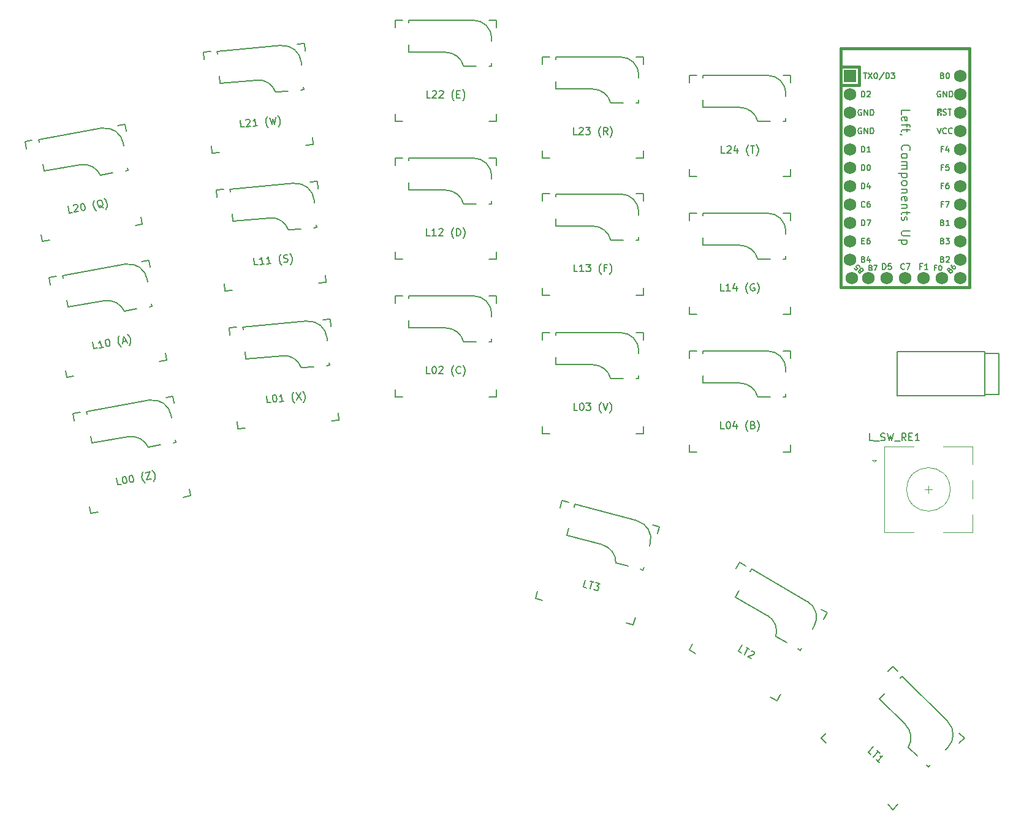
<source format=gto>
%TF.GenerationSoftware,KiCad,Pcbnew,(6.0.7)*%
%TF.CreationDate,2022-09-04T15:55:50+05:30*%
%TF.ProjectId,burp_fart,62757270-5f66-4617-9274-2e6b69636164,rev?*%
%TF.SameCoordinates,Original*%
%TF.FileFunction,Legend,Top*%
%TF.FilePolarity,Positive*%
%FSLAX46Y46*%
G04 Gerber Fmt 4.6, Leading zero omitted, Abs format (unit mm)*
G04 Created by KiCad (PCBNEW (6.0.7)) date 2022-09-04 15:55:50*
%MOMM*%
%LPD*%
G01*
G04 APERTURE LIST*
%ADD10C,0.150000*%
%ADD11C,0.203200*%
%ADD12C,0.120000*%
%ADD13C,0.381000*%
%ADD14R,1.752600X1.752600*%
%ADD15C,1.752600*%
G04 APERTURE END LIST*
D10*
%TO.C,L_SW_RE1*%
X137793428Y-84144380D02*
X137317238Y-84144380D01*
X137317238Y-83144380D01*
X137888666Y-84239619D02*
X138650571Y-84239619D01*
X138841047Y-84096761D02*
X138983904Y-84144380D01*
X139222000Y-84144380D01*
X139317238Y-84096761D01*
X139364857Y-84049142D01*
X139412476Y-83953904D01*
X139412476Y-83858666D01*
X139364857Y-83763428D01*
X139317238Y-83715809D01*
X139222000Y-83668190D01*
X139031523Y-83620571D01*
X138936285Y-83572952D01*
X138888666Y-83525333D01*
X138841047Y-83430095D01*
X138841047Y-83334857D01*
X138888666Y-83239619D01*
X138936285Y-83192000D01*
X139031523Y-83144380D01*
X139269619Y-83144380D01*
X139412476Y-83192000D01*
X139745809Y-83144380D02*
X139983904Y-84144380D01*
X140174380Y-83430095D01*
X140364857Y-84144380D01*
X140602952Y-83144380D01*
X140745809Y-84239619D02*
X141507714Y-84239619D01*
X142317238Y-84144380D02*
X141983904Y-83668190D01*
X141745809Y-84144380D02*
X141745809Y-83144380D01*
X142126761Y-83144380D01*
X142222000Y-83192000D01*
X142269619Y-83239619D01*
X142317238Y-83334857D01*
X142317238Y-83477714D01*
X142269619Y-83572952D01*
X142222000Y-83620571D01*
X142126761Y-83668190D01*
X141745809Y-83668190D01*
X142745809Y-83620571D02*
X143079142Y-83620571D01*
X143222000Y-84144380D02*
X142745809Y-84144380D01*
X142745809Y-83144380D01*
X143222000Y-83144380D01*
X144174380Y-84144380D02*
X143602952Y-84144380D01*
X143888666Y-84144380D02*
X143888666Y-83144380D01*
X143793428Y-83287238D01*
X143698190Y-83382476D01*
X143602952Y-83430095D01*
%TO.C,L_SW__20*%
X27173295Y-52595849D02*
X26704339Y-52678539D01*
X26530691Y-51693731D01*
X27297558Y-51655219D02*
X27336185Y-51600055D01*
X27421707Y-51536621D01*
X27656185Y-51495276D01*
X27758245Y-51525634D01*
X27813410Y-51564261D01*
X27876843Y-51649783D01*
X27893381Y-51743574D01*
X27871293Y-51892530D01*
X27407773Y-52554505D01*
X28017416Y-52447008D01*
X28453411Y-51354704D02*
X28547202Y-51338166D01*
X28649262Y-51368524D01*
X28704426Y-51407150D01*
X28767860Y-51492673D01*
X28847831Y-51671986D01*
X28889176Y-51906464D01*
X28875357Y-52102315D01*
X28844999Y-52204376D01*
X28806372Y-52259540D01*
X28720850Y-52322974D01*
X28627059Y-52339512D01*
X28524999Y-52309154D01*
X28469834Y-52270527D01*
X28406400Y-52185005D01*
X28326429Y-52005692D01*
X28285084Y-51771214D01*
X28298904Y-51575362D01*
X28329262Y-51473302D01*
X28367888Y-51418137D01*
X28453411Y-51354704D01*
X30475243Y-52400456D02*
X30420079Y-52361829D01*
X30301481Y-52237680D01*
X30238047Y-52152158D01*
X30166345Y-52019740D01*
X30078104Y-51793531D01*
X30045029Y-51605949D01*
X30050579Y-51363202D01*
X30072668Y-51214246D01*
X30103026Y-51112186D01*
X30172010Y-50954961D01*
X30210637Y-50899797D01*
X31457333Y-51937165D02*
X31355273Y-51906808D01*
X31244944Y-51829554D01*
X31079450Y-51713674D01*
X30977390Y-51683317D01*
X30883599Y-51699855D01*
X30971839Y-51926064D02*
X30869779Y-51895706D01*
X30759450Y-51818453D01*
X30679478Y-51639139D01*
X30621596Y-51310870D01*
X30635415Y-51115019D01*
X30712669Y-51004689D01*
X30798191Y-50941256D01*
X30985773Y-50908180D01*
X31087834Y-50938538D01*
X31198163Y-51015791D01*
X31278134Y-51195104D01*
X31336017Y-51523374D01*
X31322197Y-51719225D01*
X31244944Y-51829554D01*
X31159422Y-51892988D01*
X30971839Y-51926064D01*
X31788320Y-52168925D02*
X31826947Y-52113761D01*
X31895931Y-51956536D01*
X31926289Y-51854476D01*
X31948378Y-51705520D01*
X31953929Y-51462773D01*
X31920853Y-51275190D01*
X31832612Y-51048981D01*
X31760910Y-50916563D01*
X31697476Y-50831041D01*
X31578878Y-50706892D01*
X31523714Y-50668266D01*
%TO.C,L_SW__01*%
X54556793Y-78858931D02*
X54082415Y-78900434D01*
X53995259Y-77904239D01*
X54991454Y-77817084D02*
X55086329Y-77808783D01*
X55185355Y-77847920D01*
X55236944Y-77891208D01*
X55292682Y-77981933D01*
X55356721Y-78167535D01*
X55377472Y-78404724D01*
X55346635Y-78598625D01*
X55307498Y-78697651D01*
X55264211Y-78749240D01*
X55173485Y-78804978D01*
X55078610Y-78813278D01*
X54979584Y-78774141D01*
X54927995Y-78730854D01*
X54872257Y-78640128D01*
X54808218Y-78454527D01*
X54787467Y-78217338D01*
X54818304Y-78023436D01*
X54857441Y-77924410D01*
X54900728Y-77872822D01*
X54991454Y-77817084D01*
X56359431Y-78701221D02*
X55790177Y-78751024D01*
X56074804Y-78726123D02*
X55987648Y-77729928D01*
X55905224Y-77880542D01*
X55818648Y-77983718D01*
X55727923Y-78039457D01*
X57863207Y-78952065D02*
X57811618Y-78908778D01*
X57704292Y-78774765D01*
X57648554Y-78684039D01*
X57588665Y-78545876D01*
X57520476Y-78312837D01*
X57503875Y-78123086D01*
X57530561Y-77881746D01*
X57565548Y-77735283D01*
X57604685Y-77636257D01*
X57687110Y-77485642D01*
X57730398Y-77434054D01*
X58027476Y-77551466D02*
X58778761Y-78489557D01*
X58691606Y-77493362D02*
X58114631Y-78547661D01*
X59096591Y-78844158D02*
X59139878Y-78792570D01*
X59222303Y-78641956D01*
X59261440Y-78542930D01*
X59296427Y-78396466D01*
X59323114Y-78155127D01*
X59306513Y-77965375D01*
X59238323Y-77732336D01*
X59178435Y-77594173D01*
X59122696Y-77503448D01*
X59015370Y-77369435D01*
X58963782Y-77326147D01*
%TO.C,L_SW__04*%
X117189523Y-82494380D02*
X116713333Y-82494380D01*
X116713333Y-81494380D01*
X117713333Y-81494380D02*
X117808571Y-81494380D01*
X117903809Y-81542000D01*
X117951428Y-81589619D01*
X117999047Y-81684857D01*
X118046666Y-81875333D01*
X118046666Y-82113428D01*
X117999047Y-82303904D01*
X117951428Y-82399142D01*
X117903809Y-82446761D01*
X117808571Y-82494380D01*
X117713333Y-82494380D01*
X117618095Y-82446761D01*
X117570476Y-82399142D01*
X117522857Y-82303904D01*
X117475238Y-82113428D01*
X117475238Y-81875333D01*
X117522857Y-81684857D01*
X117570476Y-81589619D01*
X117618095Y-81542000D01*
X117713333Y-81494380D01*
X118903809Y-81827714D02*
X118903809Y-82494380D01*
X118665714Y-81446761D02*
X118427619Y-82161047D01*
X119046666Y-82161047D01*
X120475238Y-82875333D02*
X120427619Y-82827714D01*
X120332380Y-82684857D01*
X120284761Y-82589619D01*
X120237142Y-82446761D01*
X120189523Y-82208666D01*
X120189523Y-82018190D01*
X120237142Y-81780095D01*
X120284761Y-81637238D01*
X120332380Y-81542000D01*
X120427619Y-81399142D01*
X120475238Y-81351523D01*
X121189523Y-81970571D02*
X121332380Y-82018190D01*
X121380000Y-82065809D01*
X121427619Y-82161047D01*
X121427619Y-82303904D01*
X121380000Y-82399142D01*
X121332380Y-82446761D01*
X121237142Y-82494380D01*
X120856190Y-82494380D01*
X120856190Y-81494380D01*
X121189523Y-81494380D01*
X121284761Y-81542000D01*
X121332380Y-81589619D01*
X121380000Y-81684857D01*
X121380000Y-81780095D01*
X121332380Y-81875333D01*
X121284761Y-81922952D01*
X121189523Y-81970571D01*
X120856190Y-81970571D01*
X121760952Y-82875333D02*
X121808571Y-82827714D01*
X121903809Y-82684857D01*
X121951428Y-82589619D01*
X121999047Y-82446761D01*
X122046666Y-82208666D01*
X122046666Y-82018190D01*
X121999047Y-81780095D01*
X121951428Y-81637238D01*
X121903809Y-81542000D01*
X121808571Y-81399142D01*
X121760952Y-81351523D01*
%TO.C,L_SW__13*%
X96940952Y-60784380D02*
X96464761Y-60784380D01*
X96464761Y-59784380D01*
X97798095Y-60784380D02*
X97226666Y-60784380D01*
X97512380Y-60784380D02*
X97512380Y-59784380D01*
X97417142Y-59927238D01*
X97321904Y-60022476D01*
X97226666Y-60070095D01*
X98131428Y-59784380D02*
X98750476Y-59784380D01*
X98417142Y-60165333D01*
X98560000Y-60165333D01*
X98655238Y-60212952D01*
X98702857Y-60260571D01*
X98750476Y-60355809D01*
X98750476Y-60593904D01*
X98702857Y-60689142D01*
X98655238Y-60736761D01*
X98560000Y-60784380D01*
X98274285Y-60784380D01*
X98179047Y-60736761D01*
X98131428Y-60689142D01*
X100226666Y-61165333D02*
X100179047Y-61117714D01*
X100083809Y-60974857D01*
X100036190Y-60879619D01*
X99988571Y-60736761D01*
X99940952Y-60498666D01*
X99940952Y-60308190D01*
X99988571Y-60070095D01*
X100036190Y-59927238D01*
X100083809Y-59832000D01*
X100179047Y-59689142D01*
X100226666Y-59641523D01*
X100940952Y-60260571D02*
X100607619Y-60260571D01*
X100607619Y-60784380D02*
X100607619Y-59784380D01*
X101083809Y-59784380D01*
X101369523Y-61165333D02*
X101417142Y-61117714D01*
X101512380Y-60974857D01*
X101560000Y-60879619D01*
X101607619Y-60736761D01*
X101655238Y-60498666D01*
X101655238Y-60308190D01*
X101607619Y-60070095D01*
X101560000Y-59927238D01*
X101512380Y-59832000D01*
X101417142Y-59689142D01*
X101369523Y-59641523D01*
%TO.C,L_SW__T2*%
X119568557Y-113487579D02*
X119156164Y-113249484D01*
X119656164Y-112383459D01*
X120233514Y-112716792D02*
X120728386Y-113002506D01*
X119980950Y-113725675D02*
X120480950Y-112859649D01*
X120928203Y-113227842D02*
X120993252Y-113210412D01*
X121099540Y-113216792D01*
X121305736Y-113335840D01*
X121364405Y-113424698D01*
X121381835Y-113489747D01*
X121375455Y-113596035D01*
X121327836Y-113678514D01*
X121215168Y-113778422D01*
X120434582Y-113987579D01*
X120970693Y-114297103D01*
%TO.C,L_SW__23*%
X96869523Y-41854380D02*
X96393333Y-41854380D01*
X96393333Y-40854380D01*
X97155238Y-40949619D02*
X97202857Y-40902000D01*
X97298095Y-40854380D01*
X97536190Y-40854380D01*
X97631428Y-40902000D01*
X97679047Y-40949619D01*
X97726666Y-41044857D01*
X97726666Y-41140095D01*
X97679047Y-41282952D01*
X97107619Y-41854380D01*
X97726666Y-41854380D01*
X98060000Y-40854380D02*
X98679047Y-40854380D01*
X98345714Y-41235333D01*
X98488571Y-41235333D01*
X98583809Y-41282952D01*
X98631428Y-41330571D01*
X98679047Y-41425809D01*
X98679047Y-41663904D01*
X98631428Y-41759142D01*
X98583809Y-41806761D01*
X98488571Y-41854380D01*
X98202857Y-41854380D01*
X98107619Y-41806761D01*
X98060000Y-41759142D01*
X100155238Y-42235333D02*
X100107619Y-42187714D01*
X100012380Y-42044857D01*
X99964761Y-41949619D01*
X99917142Y-41806761D01*
X99869523Y-41568666D01*
X99869523Y-41378190D01*
X99917142Y-41140095D01*
X99964761Y-40997238D01*
X100012380Y-40902000D01*
X100107619Y-40759142D01*
X100155238Y-40711523D01*
X101107619Y-41854380D02*
X100774285Y-41378190D01*
X100536190Y-41854380D02*
X100536190Y-40854380D01*
X100917142Y-40854380D01*
X101012380Y-40902000D01*
X101060000Y-40949619D01*
X101107619Y-41044857D01*
X101107619Y-41187714D01*
X101060000Y-41282952D01*
X101012380Y-41330571D01*
X100917142Y-41378190D01*
X100536190Y-41378190D01*
X101440952Y-42235333D02*
X101488571Y-42187714D01*
X101583809Y-42044857D01*
X101631428Y-41949619D01*
X101679047Y-41806761D01*
X101726666Y-41568666D01*
X101726666Y-41378190D01*
X101679047Y-41140095D01*
X101631428Y-40997238D01*
X101583809Y-40902000D01*
X101488571Y-40759142D01*
X101440952Y-40711523D01*
%TO.C,L_SW__03*%
X96940952Y-79954380D02*
X96464761Y-79954380D01*
X96464761Y-78954380D01*
X97464761Y-78954380D02*
X97560000Y-78954380D01*
X97655238Y-79002000D01*
X97702857Y-79049619D01*
X97750476Y-79144857D01*
X97798095Y-79335333D01*
X97798095Y-79573428D01*
X97750476Y-79763904D01*
X97702857Y-79859142D01*
X97655238Y-79906761D01*
X97560000Y-79954380D01*
X97464761Y-79954380D01*
X97369523Y-79906761D01*
X97321904Y-79859142D01*
X97274285Y-79763904D01*
X97226666Y-79573428D01*
X97226666Y-79335333D01*
X97274285Y-79144857D01*
X97321904Y-79049619D01*
X97369523Y-79002000D01*
X97464761Y-78954380D01*
X98131428Y-78954380D02*
X98750476Y-78954380D01*
X98417142Y-79335333D01*
X98560000Y-79335333D01*
X98655238Y-79382952D01*
X98702857Y-79430571D01*
X98750476Y-79525809D01*
X98750476Y-79763904D01*
X98702857Y-79859142D01*
X98655238Y-79906761D01*
X98560000Y-79954380D01*
X98274285Y-79954380D01*
X98179047Y-79906761D01*
X98131428Y-79859142D01*
X100226666Y-80335333D02*
X100179047Y-80287714D01*
X100083809Y-80144857D01*
X100036190Y-80049619D01*
X99988571Y-79906761D01*
X99940952Y-79668666D01*
X99940952Y-79478190D01*
X99988571Y-79240095D01*
X100036190Y-79097238D01*
X100083809Y-79002000D01*
X100179047Y-78859142D01*
X100226666Y-78811523D01*
X100464761Y-78954380D02*
X100798095Y-79954380D01*
X101131428Y-78954380D01*
X101369523Y-80335333D02*
X101417142Y-80287714D01*
X101512380Y-80144857D01*
X101560000Y-80049619D01*
X101607619Y-79906761D01*
X101655238Y-79668666D01*
X101655238Y-79478190D01*
X101607619Y-79240095D01*
X101560000Y-79097238D01*
X101512380Y-79002000D01*
X101417142Y-78859142D01*
X101369523Y-78811523D01*
%TO.C,L_SW__10*%
X30600807Y-71375312D02*
X30131851Y-71458001D01*
X29958203Y-70473193D01*
X31444928Y-71226470D02*
X30882181Y-71325698D01*
X31163554Y-71276084D02*
X30989906Y-70291276D01*
X30920922Y-70448501D01*
X30843669Y-70558830D01*
X30758146Y-70622264D01*
X31880923Y-70134166D02*
X31974714Y-70117628D01*
X32076774Y-70147986D01*
X32131939Y-70186612D01*
X32195372Y-70272135D01*
X32275344Y-70451448D01*
X32316688Y-70685926D01*
X32302869Y-70881778D01*
X32272511Y-70983838D01*
X32233884Y-71039002D01*
X32148362Y-71102436D01*
X32054571Y-71118974D01*
X31952511Y-71088616D01*
X31897346Y-71049989D01*
X31833913Y-70964467D01*
X31753941Y-70785154D01*
X31712596Y-70550676D01*
X31726416Y-70354824D01*
X31756774Y-70252764D01*
X31795400Y-70197600D01*
X31880923Y-70134166D01*
X33902756Y-71179918D02*
X33847591Y-71141291D01*
X33728993Y-71017143D01*
X33665559Y-70931620D01*
X33593857Y-70799202D01*
X33505617Y-70572993D01*
X33472541Y-70385411D01*
X33478092Y-70142664D01*
X33500180Y-69993708D01*
X33530538Y-69891648D01*
X33599522Y-69734423D01*
X33638149Y-69679259D01*
X34115259Y-70465497D02*
X34584216Y-70382807D01*
X34071082Y-70763408D02*
X34225703Y-69720718D01*
X34727621Y-70647643D01*
X35028250Y-70981463D02*
X35066877Y-70926298D01*
X35135861Y-70769074D01*
X35166219Y-70667014D01*
X35188308Y-70518058D01*
X35193858Y-70275311D01*
X35160783Y-70087728D01*
X35072542Y-69861519D01*
X35000840Y-69729101D01*
X34937406Y-69643579D01*
X34818808Y-69519430D01*
X34763644Y-69480804D01*
%TO.C,L_SW__12*%
X76549523Y-55824380D02*
X76073333Y-55824380D01*
X76073333Y-54824380D01*
X77406666Y-55824380D02*
X76835238Y-55824380D01*
X77120952Y-55824380D02*
X77120952Y-54824380D01*
X77025714Y-54967238D01*
X76930476Y-55062476D01*
X76835238Y-55110095D01*
X77787619Y-54919619D02*
X77835238Y-54872000D01*
X77930476Y-54824380D01*
X78168571Y-54824380D01*
X78263809Y-54872000D01*
X78311428Y-54919619D01*
X78359047Y-55014857D01*
X78359047Y-55110095D01*
X78311428Y-55252952D01*
X77740000Y-55824380D01*
X78359047Y-55824380D01*
X79835238Y-56205333D02*
X79787619Y-56157714D01*
X79692380Y-56014857D01*
X79644761Y-55919619D01*
X79597142Y-55776761D01*
X79549523Y-55538666D01*
X79549523Y-55348190D01*
X79597142Y-55110095D01*
X79644761Y-54967238D01*
X79692380Y-54872000D01*
X79787619Y-54729142D01*
X79835238Y-54681523D01*
X80216190Y-55824380D02*
X80216190Y-54824380D01*
X80454285Y-54824380D01*
X80597142Y-54872000D01*
X80692380Y-54967238D01*
X80740000Y-55062476D01*
X80787619Y-55252952D01*
X80787619Y-55395809D01*
X80740000Y-55586285D01*
X80692380Y-55681523D01*
X80597142Y-55776761D01*
X80454285Y-55824380D01*
X80216190Y-55824380D01*
X81120952Y-56205333D02*
X81168571Y-56157714D01*
X81263809Y-56014857D01*
X81311428Y-55919619D01*
X81359047Y-55776761D01*
X81406666Y-55538666D01*
X81406666Y-55348190D01*
X81359047Y-55110095D01*
X81311428Y-54967238D01*
X81263809Y-54872000D01*
X81168571Y-54729142D01*
X81120952Y-54681523D01*
%TO.C,L_SW__11*%
X52778793Y-59808931D02*
X52304415Y-59850434D01*
X52217259Y-58854239D01*
X53632674Y-59734227D02*
X53063420Y-59784030D01*
X53348047Y-59759128D02*
X53260892Y-58762933D01*
X53178467Y-58913548D01*
X53091892Y-59016724D01*
X53001166Y-59072462D01*
X54581431Y-59651221D02*
X54012177Y-59701024D01*
X54296804Y-59676123D02*
X54209648Y-58679928D01*
X54127224Y-58830542D01*
X54040648Y-58933718D01*
X53949923Y-58989457D01*
X56085207Y-59902065D02*
X56033618Y-59858778D01*
X55926292Y-59724765D01*
X55870554Y-59634039D01*
X55810665Y-59495876D01*
X55742476Y-59262837D01*
X55725875Y-59073086D01*
X55752561Y-58831746D01*
X55787548Y-58685283D01*
X55826685Y-58586257D01*
X55909110Y-58435642D01*
X55952398Y-58384054D01*
X56379919Y-59446073D02*
X56526383Y-59481060D01*
X56763572Y-59460308D01*
X56854297Y-59404570D01*
X56897585Y-59352982D01*
X56936722Y-59253956D01*
X56928422Y-59159080D01*
X56872683Y-59068355D01*
X56821095Y-59025067D01*
X56722069Y-58985930D01*
X56528168Y-58955093D01*
X56429142Y-58915956D01*
X56377554Y-58872668D01*
X56321815Y-58781943D01*
X56313515Y-58687067D01*
X56352652Y-58588041D01*
X56395940Y-58536453D01*
X56486665Y-58480715D01*
X56723854Y-58459964D01*
X56870318Y-58494951D01*
X57318591Y-59794158D02*
X57361878Y-59742570D01*
X57444303Y-59591956D01*
X57483440Y-59492930D01*
X57518427Y-59346466D01*
X57545114Y-59105127D01*
X57528513Y-58915375D01*
X57460323Y-58682336D01*
X57400435Y-58544173D01*
X57344696Y-58453448D01*
X57237370Y-58319435D01*
X57185782Y-58276147D01*
%TO.C,L_EC1*%
X136004991Y-60642452D02*
X135957851Y-60548171D01*
X135957851Y-60501030D01*
X135981421Y-60430320D01*
X136052132Y-60359609D01*
X136122842Y-60336039D01*
X136169983Y-60336039D01*
X136240693Y-60359609D01*
X136429255Y-60548171D01*
X135934280Y-61043146D01*
X135769289Y-60878154D01*
X135745719Y-60807443D01*
X135745719Y-60760303D01*
X135769289Y-60689592D01*
X135816429Y-60642452D01*
X135887140Y-60618882D01*
X135934280Y-60618882D01*
X136004991Y-60642452D01*
X136169983Y-60807443D01*
X135203603Y-60312469D02*
X135439306Y-60548171D01*
X135698578Y-60336039D01*
X135651438Y-60336039D01*
X135580727Y-60312469D01*
X135462876Y-60194617D01*
X135439306Y-60123907D01*
X135439306Y-60076766D01*
X135462876Y-60006056D01*
X135580727Y-59888205D01*
X135651438Y-59864634D01*
X135698578Y-59864634D01*
X135769289Y-59888205D01*
X135887140Y-60006056D01*
X135910710Y-60076766D01*
X135910710Y-60123907D01*
X147434333Y-46379607D02*
X147167666Y-46379607D01*
X147167666Y-46798654D02*
X147167666Y-45998654D01*
X147548619Y-45998654D01*
X148234333Y-45998654D02*
X147853380Y-45998654D01*
X147815285Y-46379607D01*
X147853380Y-46341511D01*
X147929571Y-46303416D01*
X148120047Y-46303416D01*
X148196238Y-46341511D01*
X148234333Y-46379607D01*
X148272428Y-46455797D01*
X148272428Y-46646273D01*
X148234333Y-46722464D01*
X148196238Y-46760559D01*
X148120047Y-46798654D01*
X147929571Y-46798654D01*
X147853380Y-46760559D01*
X147815285Y-46722464D01*
X147377190Y-53999607D02*
X147491476Y-54037702D01*
X147529571Y-54075797D01*
X147567666Y-54151988D01*
X147567666Y-54266273D01*
X147529571Y-54342464D01*
X147491476Y-54380559D01*
X147415285Y-54418654D01*
X147110523Y-54418654D01*
X147110523Y-53618654D01*
X147377190Y-53618654D01*
X147453380Y-53656750D01*
X147491476Y-53694845D01*
X147529571Y-53771035D01*
X147529571Y-53847226D01*
X147491476Y-53923416D01*
X147453380Y-53961511D01*
X147377190Y-53999607D01*
X147110523Y-53999607D01*
X148329571Y-54418654D02*
X147872428Y-54418654D01*
X148101000Y-54418654D02*
X148101000Y-53618654D01*
X148024809Y-53732940D01*
X147948619Y-53809130D01*
X147872428Y-53847226D01*
X139109523Y-60468654D02*
X139109523Y-59668654D01*
X139300000Y-59668654D01*
X139414285Y-59706750D01*
X139490476Y-59782940D01*
X139528571Y-59859130D01*
X139566666Y-60011511D01*
X139566666Y-60125797D01*
X139528571Y-60278178D01*
X139490476Y-60354369D01*
X139414285Y-60430559D01*
X139300000Y-60468654D01*
X139109523Y-60468654D01*
X140290476Y-59668654D02*
X139909523Y-59668654D01*
X139871428Y-60049607D01*
X139909523Y-60011511D01*
X139985714Y-59973416D01*
X140176190Y-59973416D01*
X140252380Y-60011511D01*
X140290476Y-60049607D01*
X140328571Y-60125797D01*
X140328571Y-60316273D01*
X140290476Y-60392464D01*
X140252380Y-60430559D01*
X140176190Y-60468654D01*
X139985714Y-60468654D01*
X139909523Y-60430559D01*
X139871428Y-60392464D01*
X136169476Y-38416750D02*
X136093285Y-38378654D01*
X135979000Y-38378654D01*
X135864714Y-38416750D01*
X135788523Y-38492940D01*
X135750428Y-38569130D01*
X135712333Y-38721511D01*
X135712333Y-38835797D01*
X135750428Y-38988178D01*
X135788523Y-39064369D01*
X135864714Y-39140559D01*
X135979000Y-39178654D01*
X136055190Y-39178654D01*
X136169476Y-39140559D01*
X136207571Y-39102464D01*
X136207571Y-38835797D01*
X136055190Y-38835797D01*
X136550428Y-39178654D02*
X136550428Y-38378654D01*
X137007571Y-39178654D01*
X137007571Y-38378654D01*
X137388523Y-39178654D02*
X137388523Y-38378654D01*
X137579000Y-38378654D01*
X137693285Y-38416750D01*
X137769476Y-38492940D01*
X137807571Y-38569130D01*
X137845666Y-38721511D01*
X137845666Y-38835797D01*
X137807571Y-38988178D01*
X137769476Y-39064369D01*
X137693285Y-39140559D01*
X137579000Y-39178654D01*
X137388523Y-39178654D01*
X146634333Y-40918654D02*
X146901000Y-41718654D01*
X147167666Y-40918654D01*
X147891476Y-41642464D02*
X147853380Y-41680559D01*
X147739095Y-41718654D01*
X147662904Y-41718654D01*
X147548619Y-41680559D01*
X147472428Y-41604369D01*
X147434333Y-41528178D01*
X147396238Y-41375797D01*
X147396238Y-41261511D01*
X147434333Y-41109130D01*
X147472428Y-41032940D01*
X147548619Y-40956750D01*
X147662904Y-40918654D01*
X147739095Y-40918654D01*
X147853380Y-40956750D01*
X147891476Y-40994845D01*
X148691476Y-41642464D02*
X148653380Y-41680559D01*
X148539095Y-41718654D01*
X148462904Y-41718654D01*
X148348619Y-41680559D01*
X148272428Y-41604369D01*
X148234333Y-41528178D01*
X148196238Y-41375797D01*
X148196238Y-41261511D01*
X148234333Y-41109130D01*
X148272428Y-41032940D01*
X148348619Y-40956750D01*
X148462904Y-40918654D01*
X148539095Y-40918654D01*
X148653380Y-40956750D01*
X148691476Y-40994845D01*
D11*
X141697142Y-39049607D02*
X141697142Y-38478178D01*
X142897142Y-38478178D01*
X141754285Y-39906750D02*
X141697142Y-39792464D01*
X141697142Y-39563892D01*
X141754285Y-39449607D01*
X141868571Y-39392464D01*
X142325714Y-39392464D01*
X142440000Y-39449607D01*
X142497142Y-39563892D01*
X142497142Y-39792464D01*
X142440000Y-39906750D01*
X142325714Y-39963892D01*
X142211428Y-39963892D01*
X142097142Y-39392464D01*
X142497142Y-40306750D02*
X142497142Y-40763892D01*
X141697142Y-40478178D02*
X142725714Y-40478178D01*
X142840000Y-40535321D01*
X142897142Y-40649607D01*
X142897142Y-40763892D01*
X142497142Y-40992464D02*
X142497142Y-41449607D01*
X142897142Y-41163892D02*
X141868571Y-41163892D01*
X141754285Y-41221035D01*
X141697142Y-41335321D01*
X141697142Y-41449607D01*
X141754285Y-41906750D02*
X141697142Y-41906750D01*
X141582857Y-41849607D01*
X141525714Y-41792464D01*
X141811428Y-44021035D02*
X141754285Y-43963892D01*
X141697142Y-43792464D01*
X141697142Y-43678178D01*
X141754285Y-43506750D01*
X141868571Y-43392464D01*
X141982857Y-43335321D01*
X142211428Y-43278178D01*
X142382857Y-43278178D01*
X142611428Y-43335321D01*
X142725714Y-43392464D01*
X142840000Y-43506750D01*
X142897142Y-43678178D01*
X142897142Y-43792464D01*
X142840000Y-43963892D01*
X142782857Y-44021035D01*
X141697142Y-44706750D02*
X141754285Y-44592464D01*
X141811428Y-44535321D01*
X141925714Y-44478178D01*
X142268571Y-44478178D01*
X142382857Y-44535321D01*
X142440000Y-44592464D01*
X142497142Y-44706750D01*
X142497142Y-44878178D01*
X142440000Y-44992464D01*
X142382857Y-45049607D01*
X142268571Y-45106750D01*
X141925714Y-45106750D01*
X141811428Y-45049607D01*
X141754285Y-44992464D01*
X141697142Y-44878178D01*
X141697142Y-44706750D01*
X141697142Y-45621035D02*
X142497142Y-45621035D01*
X142382857Y-45621035D02*
X142440000Y-45678178D01*
X142497142Y-45792464D01*
X142497142Y-45963892D01*
X142440000Y-46078178D01*
X142325714Y-46135321D01*
X141697142Y-46135321D01*
X142325714Y-46135321D02*
X142440000Y-46192464D01*
X142497142Y-46306750D01*
X142497142Y-46478178D01*
X142440000Y-46592464D01*
X142325714Y-46649607D01*
X141697142Y-46649607D01*
X142497142Y-47221035D02*
X141297142Y-47221035D01*
X142440000Y-47221035D02*
X142497142Y-47335321D01*
X142497142Y-47563892D01*
X142440000Y-47678178D01*
X142382857Y-47735321D01*
X142268571Y-47792464D01*
X141925714Y-47792464D01*
X141811428Y-47735321D01*
X141754285Y-47678178D01*
X141697142Y-47563892D01*
X141697142Y-47335321D01*
X141754285Y-47221035D01*
X141697142Y-48478178D02*
X141754285Y-48363892D01*
X141811428Y-48306750D01*
X141925714Y-48249607D01*
X142268571Y-48249607D01*
X142382857Y-48306750D01*
X142440000Y-48363892D01*
X142497142Y-48478178D01*
X142497142Y-48649607D01*
X142440000Y-48763892D01*
X142382857Y-48821035D01*
X142268571Y-48878178D01*
X141925714Y-48878178D01*
X141811428Y-48821035D01*
X141754285Y-48763892D01*
X141697142Y-48649607D01*
X141697142Y-48478178D01*
X142497142Y-49392464D02*
X141697142Y-49392464D01*
X142382857Y-49392464D02*
X142440000Y-49449607D01*
X142497142Y-49563892D01*
X142497142Y-49735321D01*
X142440000Y-49849607D01*
X142325714Y-49906750D01*
X141697142Y-49906750D01*
X141754285Y-50935321D02*
X141697142Y-50821035D01*
X141697142Y-50592464D01*
X141754285Y-50478178D01*
X141868571Y-50421035D01*
X142325714Y-50421035D01*
X142440000Y-50478178D01*
X142497142Y-50592464D01*
X142497142Y-50821035D01*
X142440000Y-50935321D01*
X142325714Y-50992464D01*
X142211428Y-50992464D01*
X142097142Y-50421035D01*
X142497142Y-51506750D02*
X141697142Y-51506750D01*
X142382857Y-51506750D02*
X142440000Y-51563892D01*
X142497142Y-51678178D01*
X142497142Y-51849607D01*
X142440000Y-51963892D01*
X142325714Y-52021035D01*
X141697142Y-52021035D01*
X142497142Y-52421035D02*
X142497142Y-52878178D01*
X142897142Y-52592464D02*
X141868571Y-52592464D01*
X141754285Y-52649607D01*
X141697142Y-52763892D01*
X141697142Y-52878178D01*
X141754285Y-53221035D02*
X141697142Y-53335321D01*
X141697142Y-53563892D01*
X141754285Y-53678178D01*
X141868571Y-53735321D01*
X141925714Y-53735321D01*
X142040000Y-53678178D01*
X142097142Y-53563892D01*
X142097142Y-53392464D01*
X142154285Y-53278178D01*
X142268571Y-53221035D01*
X142325714Y-53221035D01*
X142440000Y-53278178D01*
X142497142Y-53392464D01*
X142497142Y-53563892D01*
X142440000Y-53678178D01*
X142897142Y-55163892D02*
X141925714Y-55163892D01*
X141811428Y-55221035D01*
X141754285Y-55278178D01*
X141697142Y-55392464D01*
X141697142Y-55621035D01*
X141754285Y-55735321D01*
X141811428Y-55792464D01*
X141925714Y-55849607D01*
X142897142Y-55849607D01*
X142497142Y-56421035D02*
X141297142Y-56421035D01*
X142440000Y-56421035D02*
X142497142Y-56535321D01*
X142497142Y-56763892D01*
X142440000Y-56878178D01*
X142382857Y-56935321D01*
X142268571Y-56992464D01*
X141925714Y-56992464D01*
X141811428Y-56935321D01*
X141754285Y-56878178D01*
X141697142Y-56763892D01*
X141697142Y-56535321D01*
X141754285Y-56421035D01*
D10*
X136477651Y-33298654D02*
X136934794Y-33298654D01*
X136706223Y-34098654D02*
X136706223Y-33298654D01*
X137125270Y-33298654D02*
X137658604Y-34098654D01*
X137658604Y-33298654D02*
X137125270Y-34098654D01*
X138115747Y-33298654D02*
X138191937Y-33298654D01*
X138268128Y-33336750D01*
X138306223Y-33374845D01*
X138344318Y-33451035D01*
X138382413Y-33603416D01*
X138382413Y-33793892D01*
X138344318Y-33946273D01*
X138306223Y-34022464D01*
X138268128Y-34060559D01*
X138191937Y-34098654D01*
X138115747Y-34098654D01*
X138039556Y-34060559D01*
X138001461Y-34022464D01*
X137963366Y-33946273D01*
X137925270Y-33793892D01*
X137925270Y-33603416D01*
X137963366Y-33451035D01*
X138001461Y-33374845D01*
X138039556Y-33336750D01*
X138115747Y-33298654D01*
X139296699Y-33260559D02*
X138610985Y-34289130D01*
X139563366Y-34098654D02*
X139563366Y-33298654D01*
X139753842Y-33298654D01*
X139868128Y-33336750D01*
X139944318Y-33412940D01*
X139982413Y-33489130D01*
X140020508Y-33641511D01*
X140020508Y-33755797D01*
X139982413Y-33908178D01*
X139944318Y-33984369D01*
X139868128Y-34060559D01*
X139753842Y-34098654D01*
X139563366Y-34098654D01*
X140287175Y-33298654D02*
X140782413Y-33298654D01*
X140515747Y-33603416D01*
X140630032Y-33603416D01*
X140706223Y-33641511D01*
X140744318Y-33679607D01*
X140782413Y-33755797D01*
X140782413Y-33946273D01*
X140744318Y-34022464D01*
X140706223Y-34060559D01*
X140630032Y-34098654D01*
X140401461Y-34098654D01*
X140325270Y-34060559D01*
X140287175Y-34022464D01*
X136455190Y-59079607D02*
X136569476Y-59117702D01*
X136607571Y-59155797D01*
X136645666Y-59231988D01*
X136645666Y-59346273D01*
X136607571Y-59422464D01*
X136569476Y-59460559D01*
X136493285Y-59498654D01*
X136188523Y-59498654D01*
X136188523Y-58698654D01*
X136455190Y-58698654D01*
X136531380Y-58736750D01*
X136569476Y-58774845D01*
X136607571Y-58851035D01*
X136607571Y-58927226D01*
X136569476Y-59003416D01*
X136531380Y-59041511D01*
X136455190Y-59079607D01*
X136188523Y-59079607D01*
X137331380Y-58965321D02*
X137331380Y-59498654D01*
X137140904Y-58660559D02*
X136950428Y-59231988D01*
X137445666Y-59231988D01*
X136188523Y-54418654D02*
X136188523Y-53618654D01*
X136379000Y-53618654D01*
X136493285Y-53656750D01*
X136569476Y-53732940D01*
X136607571Y-53809130D01*
X136645666Y-53961511D01*
X136645666Y-54075797D01*
X136607571Y-54228178D01*
X136569476Y-54304369D01*
X136493285Y-54380559D01*
X136379000Y-54418654D01*
X136188523Y-54418654D01*
X136912333Y-53618654D02*
X137445666Y-53618654D01*
X137102809Y-54418654D01*
X147377190Y-33679607D02*
X147491476Y-33717702D01*
X147529571Y-33755797D01*
X147567666Y-33831988D01*
X147567666Y-33946273D01*
X147529571Y-34022464D01*
X147491476Y-34060559D01*
X147415285Y-34098654D01*
X147110523Y-34098654D01*
X147110523Y-33298654D01*
X147377190Y-33298654D01*
X147453380Y-33336750D01*
X147491476Y-33374845D01*
X147529571Y-33451035D01*
X147529571Y-33527226D01*
X147491476Y-33603416D01*
X147453380Y-33641511D01*
X147377190Y-33679607D01*
X147110523Y-33679607D01*
X148062904Y-33298654D02*
X148139095Y-33298654D01*
X148215285Y-33336750D01*
X148253380Y-33374845D01*
X148291476Y-33451035D01*
X148329571Y-33603416D01*
X148329571Y-33793892D01*
X148291476Y-33946273D01*
X148253380Y-34022464D01*
X148215285Y-34060559D01*
X148139095Y-34098654D01*
X148062904Y-34098654D01*
X147986714Y-34060559D01*
X147948619Y-34022464D01*
X147910523Y-33946273D01*
X147872428Y-33793892D01*
X147872428Y-33603416D01*
X147910523Y-33451035D01*
X147948619Y-33374845D01*
X147986714Y-33336750D01*
X148062904Y-33298654D01*
X147439786Y-39110559D02*
X147554072Y-39148654D01*
X147744548Y-39148654D01*
X147820739Y-39110559D01*
X147858834Y-39072464D01*
X147896929Y-38996273D01*
X147896929Y-38920083D01*
X147858834Y-38843892D01*
X147820739Y-38805797D01*
X147744548Y-38767702D01*
X147592167Y-38729607D01*
X147515977Y-38691511D01*
X147477881Y-38653416D01*
X147439786Y-38577226D01*
X147439786Y-38501035D01*
X147477881Y-38424845D01*
X147515977Y-38386750D01*
X147592167Y-38348654D01*
X147782643Y-38348654D01*
X147896929Y-38386750D01*
X148125500Y-38348654D02*
X148582643Y-38348654D01*
X148354072Y-39148654D02*
X148354072Y-38348654D01*
X147377190Y-56539607D02*
X147491476Y-56577702D01*
X147529571Y-56615797D01*
X147567666Y-56691988D01*
X147567666Y-56806273D01*
X147529571Y-56882464D01*
X147491476Y-56920559D01*
X147415285Y-56958654D01*
X147110523Y-56958654D01*
X147110523Y-56158654D01*
X147377190Y-56158654D01*
X147453380Y-56196750D01*
X147491476Y-56234845D01*
X147529571Y-56311035D01*
X147529571Y-56387226D01*
X147491476Y-56463416D01*
X147453380Y-56501511D01*
X147377190Y-56539607D01*
X147110523Y-56539607D01*
X147834333Y-56158654D02*
X148329571Y-56158654D01*
X148062904Y-56463416D01*
X148177190Y-56463416D01*
X148253380Y-56501511D01*
X148291476Y-56539607D01*
X148329571Y-56615797D01*
X148329571Y-56806273D01*
X148291476Y-56882464D01*
X148253380Y-56920559D01*
X148177190Y-56958654D01*
X147948619Y-56958654D01*
X147872428Y-56920559D01*
X147834333Y-56882464D01*
X147434333Y-51459607D02*
X147167666Y-51459607D01*
X147167666Y-51878654D02*
X147167666Y-51078654D01*
X147548619Y-51078654D01*
X147777190Y-51078654D02*
X148310523Y-51078654D01*
X147967666Y-51878654D01*
X147434333Y-43839607D02*
X147167666Y-43839607D01*
X147167666Y-44258654D02*
X147167666Y-43458654D01*
X147548619Y-43458654D01*
X148196238Y-43725321D02*
X148196238Y-44258654D01*
X148005761Y-43420559D02*
X147815285Y-43991988D01*
X148310523Y-43991988D01*
X136188523Y-44258654D02*
X136188523Y-43458654D01*
X136379000Y-43458654D01*
X136493285Y-43496750D01*
X136569476Y-43572940D01*
X136607571Y-43649130D01*
X136645666Y-43801511D01*
X136645666Y-43915797D01*
X136607571Y-44068178D01*
X136569476Y-44144369D01*
X136493285Y-44220559D01*
X136379000Y-44258654D01*
X136188523Y-44258654D01*
X137407571Y-44258654D02*
X136950428Y-44258654D01*
X137179000Y-44258654D02*
X137179000Y-43458654D01*
X137102809Y-43572940D01*
X137026619Y-43649130D01*
X136950428Y-43687226D01*
X148404297Y-60571741D02*
X148498578Y-60524601D01*
X148545719Y-60524601D01*
X148616429Y-60548171D01*
X148687140Y-60618882D01*
X148710710Y-60689592D01*
X148710710Y-60736733D01*
X148687140Y-60807443D01*
X148498578Y-60996005D01*
X148003603Y-60501030D01*
X148168595Y-60336039D01*
X148239306Y-60312469D01*
X148286446Y-60312469D01*
X148357157Y-60336039D01*
X148404297Y-60383179D01*
X148427867Y-60453890D01*
X148427867Y-60501030D01*
X148404297Y-60571741D01*
X148239306Y-60736733D01*
X148710710Y-59793924D02*
X148616429Y-59888205D01*
X148592859Y-59958915D01*
X148592859Y-60006056D01*
X148616429Y-60123907D01*
X148687140Y-60241758D01*
X148875702Y-60430320D01*
X148946412Y-60453890D01*
X148993553Y-60453890D01*
X149064264Y-60430320D01*
X149158544Y-60336039D01*
X149182115Y-60265328D01*
X149182115Y-60218188D01*
X149158544Y-60147477D01*
X149040693Y-60029626D01*
X148969983Y-60006056D01*
X148922842Y-60006056D01*
X148852132Y-60029626D01*
X148757851Y-60123907D01*
X148734280Y-60194617D01*
X148734280Y-60241758D01*
X148757851Y-60312469D01*
X136188523Y-46798654D02*
X136188523Y-45998654D01*
X136379000Y-45998654D01*
X136493285Y-46036750D01*
X136569476Y-46112940D01*
X136607571Y-46189130D01*
X136645666Y-46341511D01*
X136645666Y-46455797D01*
X136607571Y-46608178D01*
X136569476Y-46684369D01*
X136493285Y-46760559D01*
X136379000Y-46798654D01*
X136188523Y-46798654D01*
X137140904Y-45998654D02*
X137217095Y-45998654D01*
X137293285Y-46036750D01*
X137331380Y-46074845D01*
X137369476Y-46151035D01*
X137407571Y-46303416D01*
X137407571Y-46493892D01*
X137369476Y-46646273D01*
X137331380Y-46722464D01*
X137293285Y-46760559D01*
X137217095Y-46798654D01*
X137140904Y-46798654D01*
X137064714Y-46760559D01*
X137026619Y-46722464D01*
X136988523Y-46646273D01*
X136950428Y-46493892D01*
X136950428Y-46303416D01*
X136988523Y-46151035D01*
X137026619Y-46074845D01*
X137064714Y-46036750D01*
X137140904Y-45998654D01*
X147377190Y-59079607D02*
X147491476Y-59117702D01*
X147529571Y-59155797D01*
X147567666Y-59231988D01*
X147567666Y-59346273D01*
X147529571Y-59422464D01*
X147491476Y-59460559D01*
X147415285Y-59498654D01*
X147110523Y-59498654D01*
X147110523Y-58698654D01*
X147377190Y-58698654D01*
X147453380Y-58736750D01*
X147491476Y-58774845D01*
X147529571Y-58851035D01*
X147529571Y-58927226D01*
X147491476Y-59003416D01*
X147453380Y-59041511D01*
X147377190Y-59079607D01*
X147110523Y-59079607D01*
X147872428Y-58774845D02*
X147910523Y-58736750D01*
X147986714Y-58698654D01*
X148177190Y-58698654D01*
X148253380Y-58736750D01*
X148291476Y-58774845D01*
X148329571Y-58851035D01*
X148329571Y-58927226D01*
X148291476Y-59041511D01*
X147834333Y-59498654D01*
X148329571Y-59498654D01*
X144513333Y-60049607D02*
X144246666Y-60049607D01*
X144246666Y-60468654D02*
X144246666Y-59668654D01*
X144627619Y-59668654D01*
X145351428Y-60468654D02*
X144894285Y-60468654D01*
X145122857Y-60468654D02*
X145122857Y-59668654D01*
X145046666Y-59782940D01*
X144970476Y-59859130D01*
X144894285Y-59897226D01*
X136188523Y-49338654D02*
X136188523Y-48538654D01*
X136379000Y-48538654D01*
X136493285Y-48576750D01*
X136569476Y-48652940D01*
X136607571Y-48729130D01*
X136645666Y-48881511D01*
X136645666Y-48995797D01*
X136607571Y-49148178D01*
X136569476Y-49224369D01*
X136493285Y-49300559D01*
X136379000Y-49338654D01*
X136188523Y-49338654D01*
X137331380Y-48805321D02*
X137331380Y-49338654D01*
X137140904Y-48500559D02*
X136950428Y-49071988D01*
X137445666Y-49071988D01*
X136226619Y-56539607D02*
X136493285Y-56539607D01*
X136607571Y-56958654D02*
X136226619Y-56958654D01*
X136226619Y-56158654D01*
X136607571Y-56158654D01*
X137293285Y-56158654D02*
X137140904Y-56158654D01*
X137064714Y-56196750D01*
X137026619Y-56234845D01*
X136950428Y-56349130D01*
X136912333Y-56501511D01*
X136912333Y-56806273D01*
X136950428Y-56882464D01*
X136988523Y-56920559D01*
X137064714Y-56958654D01*
X137217095Y-56958654D01*
X137293285Y-56920559D01*
X137331380Y-56882464D01*
X137369476Y-56806273D01*
X137369476Y-56615797D01*
X137331380Y-56539607D01*
X137293285Y-56501511D01*
X137217095Y-56463416D01*
X137064714Y-56463416D01*
X136988523Y-56501511D01*
X136950428Y-56539607D01*
X136912333Y-56615797D01*
X136188523Y-36638654D02*
X136188523Y-35838654D01*
X136379000Y-35838654D01*
X136493285Y-35876750D01*
X136569476Y-35952940D01*
X136607571Y-36029130D01*
X136645666Y-36181511D01*
X136645666Y-36295797D01*
X136607571Y-36448178D01*
X136569476Y-36524369D01*
X136493285Y-36600559D01*
X136379000Y-36638654D01*
X136188523Y-36638654D01*
X136950428Y-35914845D02*
X136988523Y-35876750D01*
X137064714Y-35838654D01*
X137255190Y-35838654D01*
X137331380Y-35876750D01*
X137369476Y-35914845D01*
X137407571Y-35991035D01*
X137407571Y-36067226D01*
X137369476Y-36181511D01*
X136912333Y-36638654D01*
X137407571Y-36638654D01*
X137456666Y-60256750D02*
X137556666Y-60290083D01*
X137590000Y-60323416D01*
X137623333Y-60390083D01*
X137623333Y-60490083D01*
X137590000Y-60556750D01*
X137556666Y-60590083D01*
X137490000Y-60623416D01*
X137223333Y-60623416D01*
X137223333Y-59923416D01*
X137456666Y-59923416D01*
X137523333Y-59956750D01*
X137556666Y-59990083D01*
X137590000Y-60056750D01*
X137590000Y-60123416D01*
X137556666Y-60190083D01*
X137523333Y-60223416D01*
X137456666Y-60256750D01*
X137223333Y-60256750D01*
X137856666Y-59923416D02*
X138323333Y-59923416D01*
X138023333Y-60623416D01*
X136169476Y-40956750D02*
X136093285Y-40918654D01*
X135979000Y-40918654D01*
X135864714Y-40956750D01*
X135788523Y-41032940D01*
X135750428Y-41109130D01*
X135712333Y-41261511D01*
X135712333Y-41375797D01*
X135750428Y-41528178D01*
X135788523Y-41604369D01*
X135864714Y-41680559D01*
X135979000Y-41718654D01*
X136055190Y-41718654D01*
X136169476Y-41680559D01*
X136207571Y-41642464D01*
X136207571Y-41375797D01*
X136055190Y-41375797D01*
X136550428Y-41718654D02*
X136550428Y-40918654D01*
X137007571Y-41718654D01*
X137007571Y-40918654D01*
X137388523Y-41718654D02*
X137388523Y-40918654D01*
X137579000Y-40918654D01*
X137693285Y-40956750D01*
X137769476Y-41032940D01*
X137807571Y-41109130D01*
X137845666Y-41261511D01*
X137845666Y-41375797D01*
X137807571Y-41528178D01*
X137769476Y-41604369D01*
X137693285Y-41680559D01*
X137579000Y-41718654D01*
X137388523Y-41718654D01*
X136645666Y-51802464D02*
X136607571Y-51840559D01*
X136493285Y-51878654D01*
X136417095Y-51878654D01*
X136302809Y-51840559D01*
X136226619Y-51764369D01*
X136188523Y-51688178D01*
X136150428Y-51535797D01*
X136150428Y-51421511D01*
X136188523Y-51269130D01*
X136226619Y-51192940D01*
X136302809Y-51116750D01*
X136417095Y-51078654D01*
X136493285Y-51078654D01*
X136607571Y-51116750D01*
X136645666Y-51154845D01*
X137331380Y-51078654D02*
X137179000Y-51078654D01*
X137102809Y-51116750D01*
X137064714Y-51154845D01*
X136988523Y-51269130D01*
X136950428Y-51421511D01*
X136950428Y-51726273D01*
X136988523Y-51802464D01*
X137026619Y-51840559D01*
X137102809Y-51878654D01*
X137255190Y-51878654D01*
X137331380Y-51840559D01*
X137369476Y-51802464D01*
X137407571Y-51726273D01*
X137407571Y-51535797D01*
X137369476Y-51459607D01*
X137331380Y-51421511D01*
X137255190Y-51383416D01*
X137102809Y-51383416D01*
X137026619Y-51421511D01*
X136988523Y-51459607D01*
X136950428Y-51535797D01*
X146506666Y-60256750D02*
X146273333Y-60256750D01*
X146273333Y-60623416D02*
X146273333Y-59923416D01*
X146606666Y-59923416D01*
X147006666Y-59923416D02*
X147073333Y-59923416D01*
X147140000Y-59956750D01*
X147173333Y-59990083D01*
X147206666Y-60056750D01*
X147240000Y-60190083D01*
X147240000Y-60356750D01*
X147206666Y-60490083D01*
X147173333Y-60556750D01*
X147140000Y-60590083D01*
X147073333Y-60623416D01*
X147006666Y-60623416D01*
X146940000Y-60590083D01*
X146906666Y-60556750D01*
X146873333Y-60490083D01*
X146840000Y-60356750D01*
X146840000Y-60190083D01*
X146873333Y-60056750D01*
X146906666Y-59990083D01*
X146940000Y-59956750D01*
X147006666Y-59923416D01*
X147091476Y-35876750D02*
X147015285Y-35838654D01*
X146901000Y-35838654D01*
X146786714Y-35876750D01*
X146710523Y-35952940D01*
X146672428Y-36029130D01*
X146634333Y-36181511D01*
X146634333Y-36295797D01*
X146672428Y-36448178D01*
X146710523Y-36524369D01*
X146786714Y-36600559D01*
X146901000Y-36638654D01*
X146977190Y-36638654D01*
X147091476Y-36600559D01*
X147129571Y-36562464D01*
X147129571Y-36295797D01*
X146977190Y-36295797D01*
X147472428Y-36638654D02*
X147472428Y-35838654D01*
X147929571Y-36638654D01*
X147929571Y-35838654D01*
X148310523Y-36638654D02*
X148310523Y-35838654D01*
X148501000Y-35838654D01*
X148615285Y-35876750D01*
X148691476Y-35952940D01*
X148729571Y-36029130D01*
X148767666Y-36181511D01*
X148767666Y-36295797D01*
X148729571Y-36448178D01*
X148691476Y-36524369D01*
X148615285Y-36600559D01*
X148501000Y-36638654D01*
X148310523Y-36638654D01*
X142106666Y-60392464D02*
X142068571Y-60430559D01*
X141954285Y-60468654D01*
X141878095Y-60468654D01*
X141763809Y-60430559D01*
X141687619Y-60354369D01*
X141649523Y-60278178D01*
X141611428Y-60125797D01*
X141611428Y-60011511D01*
X141649523Y-59859130D01*
X141687619Y-59782940D01*
X141763809Y-59706750D01*
X141878095Y-59668654D01*
X141954285Y-59668654D01*
X142068571Y-59706750D01*
X142106666Y-59744845D01*
X142373333Y-59668654D02*
X142906666Y-59668654D01*
X142563809Y-60468654D01*
X147434333Y-48919607D02*
X147167666Y-48919607D01*
X147167666Y-49338654D02*
X147167666Y-48538654D01*
X147548619Y-48538654D01*
X148196238Y-48538654D02*
X148043857Y-48538654D01*
X147967666Y-48576750D01*
X147929571Y-48614845D01*
X147853380Y-48729130D01*
X147815285Y-48881511D01*
X147815285Y-49186273D01*
X147853380Y-49262464D01*
X147891476Y-49300559D01*
X147967666Y-49338654D01*
X148120047Y-49338654D01*
X148196238Y-49300559D01*
X148234333Y-49262464D01*
X148272428Y-49186273D01*
X148272428Y-48995797D01*
X148234333Y-48919607D01*
X148196238Y-48881511D01*
X148120047Y-48843416D01*
X147967666Y-48843416D01*
X147891476Y-48881511D01*
X147853380Y-48919607D01*
X147815285Y-48995797D01*
%TO.C,L_SW__14*%
X117189523Y-63444380D02*
X116713333Y-63444380D01*
X116713333Y-62444380D01*
X118046666Y-63444380D02*
X117475238Y-63444380D01*
X117760952Y-63444380D02*
X117760952Y-62444380D01*
X117665714Y-62587238D01*
X117570476Y-62682476D01*
X117475238Y-62730095D01*
X118903809Y-62777714D02*
X118903809Y-63444380D01*
X118665714Y-62396761D02*
X118427619Y-63111047D01*
X119046666Y-63111047D01*
X120475238Y-63825333D02*
X120427619Y-63777714D01*
X120332380Y-63634857D01*
X120284761Y-63539619D01*
X120237142Y-63396761D01*
X120189523Y-63158666D01*
X120189523Y-62968190D01*
X120237142Y-62730095D01*
X120284761Y-62587238D01*
X120332380Y-62492000D01*
X120427619Y-62349142D01*
X120475238Y-62301523D01*
X121380000Y-62492000D02*
X121284761Y-62444380D01*
X121141904Y-62444380D01*
X120999047Y-62492000D01*
X120903809Y-62587238D01*
X120856190Y-62682476D01*
X120808571Y-62872952D01*
X120808571Y-63015809D01*
X120856190Y-63206285D01*
X120903809Y-63301523D01*
X120999047Y-63396761D01*
X121141904Y-63444380D01*
X121237142Y-63444380D01*
X121380000Y-63396761D01*
X121427619Y-63349142D01*
X121427619Y-63015809D01*
X121237142Y-63015809D01*
X121760952Y-63825333D02*
X121808571Y-63777714D01*
X121903809Y-63634857D01*
X121951428Y-63539619D01*
X121999047Y-63396761D01*
X122046666Y-63158666D01*
X122046666Y-62968190D01*
X121999047Y-62730095D01*
X121951428Y-62587238D01*
X121903809Y-62492000D01*
X121808571Y-62349142D01*
X121760952Y-62301523D01*
%TO.C,L_SW__T3*%
X98199335Y-104484719D02*
X97739371Y-104361472D01*
X97998190Y-103395546D01*
X98642140Y-103568092D02*
X99194098Y-103715988D01*
X98659300Y-104607966D02*
X98918119Y-103642040D01*
X99424080Y-103777612D02*
X100022034Y-103937833D01*
X99601461Y-104219532D01*
X99739451Y-104256506D01*
X99819119Y-104327152D01*
X99852791Y-104385473D01*
X99874138Y-104489791D01*
X99812514Y-104719773D01*
X99741868Y-104799441D01*
X99683547Y-104833113D01*
X99579229Y-104854460D01*
X99303251Y-104780512D01*
X99223582Y-104709866D01*
X99189911Y-104651545D01*
%TO.C,L_SW__00*%
X33876619Y-90173580D02*
X33407663Y-90256270D01*
X33234015Y-89271462D01*
X34218823Y-89097814D02*
X34312614Y-89081276D01*
X34414674Y-89111634D01*
X34469839Y-89150261D01*
X34533272Y-89235783D01*
X34613244Y-89415096D01*
X34654589Y-89649574D01*
X34640769Y-89845426D01*
X34610411Y-89947486D01*
X34571785Y-90002650D01*
X34486262Y-90066084D01*
X34392471Y-90082622D01*
X34290411Y-90052264D01*
X34235246Y-90013638D01*
X34171813Y-89928115D01*
X34091841Y-89748802D01*
X34050497Y-89514324D01*
X34064316Y-89318472D01*
X34094674Y-89216412D01*
X34133301Y-89161248D01*
X34218823Y-89097814D01*
X35156735Y-88932435D02*
X35250526Y-88915897D01*
X35352587Y-88946255D01*
X35407751Y-88984881D01*
X35471185Y-89070404D01*
X35551156Y-89249717D01*
X35592501Y-89484195D01*
X35578681Y-89680047D01*
X35548323Y-89782107D01*
X35509697Y-89837271D01*
X35424175Y-89900705D01*
X35330383Y-89917243D01*
X35228323Y-89886885D01*
X35173159Y-89848258D01*
X35109725Y-89762736D01*
X35029754Y-89583423D01*
X34988409Y-89348945D01*
X35002229Y-89153093D01*
X35032586Y-89051033D01*
X35071213Y-88995868D01*
X35156735Y-88932435D01*
X37178568Y-89978187D02*
X37123404Y-89939560D01*
X37004805Y-89815412D01*
X36941372Y-89729889D01*
X36869669Y-89597471D01*
X36781429Y-89371262D01*
X36748353Y-89183680D01*
X36753904Y-88940933D01*
X36775993Y-88791977D01*
X36806350Y-88689917D01*
X36875335Y-88532692D01*
X36913961Y-88477528D01*
X37220142Y-88568601D02*
X37876680Y-88452835D01*
X37393790Y-89553408D01*
X38050329Y-89437643D01*
X38397854Y-89763194D02*
X38436481Y-89708029D01*
X38505465Y-89550805D01*
X38535823Y-89448745D01*
X38557911Y-89299789D01*
X38563462Y-89057042D01*
X38530386Y-88869459D01*
X38442146Y-88643250D01*
X38370443Y-88510832D01*
X38307010Y-88425310D01*
X38188412Y-88301161D01*
X38133247Y-88262535D01*
%TO.C,L_SW__22*%
X76597142Y-36774380D02*
X76120952Y-36774380D01*
X76120952Y-35774380D01*
X76882857Y-35869619D02*
X76930476Y-35822000D01*
X77025714Y-35774380D01*
X77263809Y-35774380D01*
X77359047Y-35822000D01*
X77406666Y-35869619D01*
X77454285Y-35964857D01*
X77454285Y-36060095D01*
X77406666Y-36202952D01*
X76835238Y-36774380D01*
X77454285Y-36774380D01*
X77835238Y-35869619D02*
X77882857Y-35822000D01*
X77978095Y-35774380D01*
X78216190Y-35774380D01*
X78311428Y-35822000D01*
X78359047Y-35869619D01*
X78406666Y-35964857D01*
X78406666Y-36060095D01*
X78359047Y-36202952D01*
X77787619Y-36774380D01*
X78406666Y-36774380D01*
X79882857Y-37155333D02*
X79835238Y-37107714D01*
X79740000Y-36964857D01*
X79692380Y-36869619D01*
X79644761Y-36726761D01*
X79597142Y-36488666D01*
X79597142Y-36298190D01*
X79644761Y-36060095D01*
X79692380Y-35917238D01*
X79740000Y-35822000D01*
X79835238Y-35679142D01*
X79882857Y-35631523D01*
X80263809Y-36250571D02*
X80597142Y-36250571D01*
X80740000Y-36774380D02*
X80263809Y-36774380D01*
X80263809Y-35774380D01*
X80740000Y-35774380D01*
X81073333Y-37155333D02*
X81120952Y-37107714D01*
X81216190Y-36964857D01*
X81263809Y-36869619D01*
X81311428Y-36726761D01*
X81359047Y-36488666D01*
X81359047Y-36298190D01*
X81311428Y-36060095D01*
X81263809Y-35917238D01*
X81216190Y-35822000D01*
X81120952Y-35679142D01*
X81073333Y-35631523D01*
%TO.C,L_SW__24*%
X117308571Y-44394380D02*
X116832380Y-44394380D01*
X116832380Y-43394380D01*
X117594285Y-43489619D02*
X117641904Y-43442000D01*
X117737142Y-43394380D01*
X117975238Y-43394380D01*
X118070476Y-43442000D01*
X118118095Y-43489619D01*
X118165714Y-43584857D01*
X118165714Y-43680095D01*
X118118095Y-43822952D01*
X117546666Y-44394380D01*
X118165714Y-44394380D01*
X119022857Y-43727714D02*
X119022857Y-44394380D01*
X118784761Y-43346761D02*
X118546666Y-44061047D01*
X119165714Y-44061047D01*
X120594285Y-44775333D02*
X120546666Y-44727714D01*
X120451428Y-44584857D01*
X120403809Y-44489619D01*
X120356190Y-44346761D01*
X120308571Y-44108666D01*
X120308571Y-43918190D01*
X120356190Y-43680095D01*
X120403809Y-43537238D01*
X120451428Y-43442000D01*
X120546666Y-43299142D01*
X120594285Y-43251523D01*
X120832380Y-43394380D02*
X121403809Y-43394380D01*
X121118095Y-44394380D02*
X121118095Y-43394380D01*
X121641904Y-44775333D02*
X121689523Y-44727714D01*
X121784761Y-44584857D01*
X121832380Y-44489619D01*
X121880000Y-44346761D01*
X121927619Y-44108666D01*
X121927619Y-43918190D01*
X121880000Y-43680095D01*
X121832380Y-43537238D01*
X121784761Y-43442000D01*
X121689523Y-43299142D01*
X121641904Y-43251523D01*
%TO.C,L_SW__02*%
X76549523Y-74874380D02*
X76073333Y-74874380D01*
X76073333Y-73874380D01*
X77073333Y-73874380D02*
X77168571Y-73874380D01*
X77263809Y-73922000D01*
X77311428Y-73969619D01*
X77359047Y-74064857D01*
X77406666Y-74255333D01*
X77406666Y-74493428D01*
X77359047Y-74683904D01*
X77311428Y-74779142D01*
X77263809Y-74826761D01*
X77168571Y-74874380D01*
X77073333Y-74874380D01*
X76978095Y-74826761D01*
X76930476Y-74779142D01*
X76882857Y-74683904D01*
X76835238Y-74493428D01*
X76835238Y-74255333D01*
X76882857Y-74064857D01*
X76930476Y-73969619D01*
X76978095Y-73922000D01*
X77073333Y-73874380D01*
X77787619Y-73969619D02*
X77835238Y-73922000D01*
X77930476Y-73874380D01*
X78168571Y-73874380D01*
X78263809Y-73922000D01*
X78311428Y-73969619D01*
X78359047Y-74064857D01*
X78359047Y-74160095D01*
X78311428Y-74302952D01*
X77740000Y-74874380D01*
X78359047Y-74874380D01*
X79835238Y-75255333D02*
X79787619Y-75207714D01*
X79692380Y-75064857D01*
X79644761Y-74969619D01*
X79597142Y-74826761D01*
X79549523Y-74588666D01*
X79549523Y-74398190D01*
X79597142Y-74160095D01*
X79644761Y-74017238D01*
X79692380Y-73922000D01*
X79787619Y-73779142D01*
X79835238Y-73731523D01*
X80787619Y-74779142D02*
X80740000Y-74826761D01*
X80597142Y-74874380D01*
X80501904Y-74874380D01*
X80359047Y-74826761D01*
X80263809Y-74731523D01*
X80216190Y-74636285D01*
X80168571Y-74445809D01*
X80168571Y-74302952D01*
X80216190Y-74112476D01*
X80263809Y-74017238D01*
X80359047Y-73922000D01*
X80501904Y-73874380D01*
X80597142Y-73874380D01*
X80740000Y-73922000D01*
X80787619Y-73969619D01*
X81120952Y-75255333D02*
X81168571Y-75207714D01*
X81263809Y-75064857D01*
X81311428Y-74969619D01*
X81359047Y-74826761D01*
X81406666Y-74588666D01*
X81406666Y-74398190D01*
X81359047Y-74160095D01*
X81311428Y-74017238D01*
X81263809Y-73922000D01*
X81168571Y-73779142D01*
X81120952Y-73731523D01*
%TO.C,L_SW__T1*%
X137458026Y-127527523D02*
X137121308Y-127190805D01*
X137828415Y-126483699D01*
X138299820Y-126955103D02*
X138703881Y-127359164D01*
X137794743Y-127864241D02*
X138501850Y-127157134D01*
X138602865Y-128672363D02*
X138198804Y-128268302D01*
X138400835Y-128470332D02*
X139107942Y-127763225D01*
X138939583Y-127796897D01*
X138804896Y-127796897D01*
X138703881Y-127763225D01*
%TO.C,L_SW__21*%
X50905918Y-40767232D02*
X50431539Y-40808735D01*
X50344383Y-39812540D01*
X51111689Y-39841011D02*
X51154977Y-39789423D01*
X51245702Y-39733685D01*
X51482892Y-39712933D01*
X51581918Y-39752071D01*
X51633506Y-39795358D01*
X51689244Y-39886084D01*
X51697545Y-39980959D01*
X51662558Y-40127423D01*
X51143107Y-40746481D01*
X51759799Y-40692527D01*
X52708556Y-40609522D02*
X52139301Y-40659325D01*
X52423929Y-40634423D02*
X52336773Y-39638229D01*
X52254348Y-39788843D01*
X52167773Y-39892019D01*
X52077047Y-39947757D01*
X54212331Y-40860366D02*
X54160743Y-40817078D01*
X54053416Y-40683065D01*
X53997678Y-40592340D01*
X53937789Y-40454177D01*
X53869600Y-40221138D01*
X53852999Y-40031386D01*
X53879685Y-39790047D01*
X53914672Y-39643583D01*
X53953810Y-39544557D01*
X54036235Y-39393943D01*
X54079522Y-39342355D01*
X54376600Y-39459767D02*
X54700945Y-40435210D01*
X54828442Y-39707041D01*
X55080448Y-40402008D01*
X55230481Y-39385062D01*
X55635466Y-40735858D02*
X55678754Y-40684270D01*
X55761179Y-40533655D01*
X55800316Y-40434630D01*
X55835303Y-40288166D01*
X55861989Y-40046826D01*
X55845388Y-39857075D01*
X55777199Y-39624036D01*
X55717310Y-39485873D01*
X55661572Y-39395147D01*
X55554246Y-39261134D01*
X55502657Y-39217847D01*
D12*
%TO.C,L_SW_RE1*%
X151522000Y-94392000D02*
X151522000Y-96792000D01*
X145422000Y-90392000D02*
X145422000Y-91392000D01*
X151522000Y-96792000D02*
X147422000Y-96792000D01*
X138222000Y-86792000D02*
X137922000Y-87092000D01*
X151522000Y-89592000D02*
X151522000Y-92192000D01*
X139322000Y-84992000D02*
X139322000Y-96792000D01*
X147422000Y-84992000D02*
X151522000Y-84992000D01*
X151522000Y-84992000D02*
X151522000Y-87392000D01*
X137922000Y-87092000D02*
X137622000Y-86792000D01*
X144922000Y-90892000D02*
X145922000Y-90892000D01*
X143422000Y-84992000D02*
X139322000Y-84992000D01*
X137622000Y-86792000D02*
X138222000Y-86792000D01*
X143422000Y-96792000D02*
X139322000Y-96792000D01*
X148422000Y-90892000D02*
G75*
G03*
X148422000Y-90892000I-3000000J0D01*
G01*
D10*
%TO.C,L_SW__20*%
X23023883Y-56623192D02*
X24008691Y-56449543D01*
X23023883Y-56623192D02*
X22850235Y-55638384D01*
X20766457Y-43820691D02*
X20592808Y-42835883D01*
X36637543Y-53207309D02*
X36811192Y-54192117D01*
X35826384Y-54365765D02*
X36811192Y-54192117D01*
X34380117Y-40404808D02*
X33395309Y-40578457D01*
X21577616Y-42662235D02*
X20592808Y-42835883D01*
X34380117Y-40404808D02*
X34553765Y-41389616D01*
%TO.C,L_SW__01*%
X49800742Y-68479572D02*
X48804547Y-68566727D01*
X50024727Y-82513453D02*
X49937572Y-81517258D01*
X63884297Y-80297078D02*
X63971453Y-81293273D01*
X48891703Y-69562922D02*
X48804547Y-68566727D01*
X50024727Y-82513453D02*
X51020922Y-82426297D01*
X62975258Y-81380428D02*
X63971453Y-81293273D01*
X62751273Y-67346547D02*
X61755078Y-67433703D01*
X62751273Y-67346547D02*
X62838428Y-68342742D01*
%TO.C,L_SW__04*%
X126380000Y-84740000D02*
X126380000Y-85740000D01*
X113380000Y-71740000D02*
X112380000Y-71740000D01*
X112380000Y-85740000D02*
X112380000Y-84740000D01*
X126380000Y-71740000D02*
X126380000Y-72740000D01*
X125380000Y-85740000D02*
X126380000Y-85740000D01*
X112380000Y-72740000D02*
X112380000Y-71740000D01*
X112380000Y-85740000D02*
X113380000Y-85740000D01*
X126380000Y-71740000D02*
X125380000Y-71740000D01*
%TO.C,L_SW__13*%
X106060000Y-50030000D02*
X105060000Y-50030000D01*
X92060000Y-64030000D02*
X93060000Y-64030000D01*
X106060000Y-50030000D02*
X106060000Y-51030000D01*
X92060000Y-64030000D02*
X92060000Y-63030000D01*
X105060000Y-64030000D02*
X106060000Y-64030000D01*
X92060000Y-51030000D02*
X92060000Y-50030000D01*
X93060000Y-50030000D02*
X92060000Y-50030000D01*
X106060000Y-63030000D02*
X106060000Y-64030000D01*
%TO.C,L_SW__T2*%
X131482178Y-107947822D02*
X130616152Y-107447822D01*
X120223848Y-101447822D02*
X119357822Y-100947822D01*
X131482178Y-107947822D02*
X130982178Y-108813848D01*
X112357822Y-113072178D02*
X112857822Y-112206152D01*
X118857822Y-101813848D02*
X119357822Y-100947822D01*
X124982178Y-119206152D02*
X124482178Y-120072178D01*
X112357822Y-113072178D02*
X113223848Y-113572178D01*
X123616152Y-119572178D02*
X124482178Y-120072178D01*
%TO.C,L_SW__23*%
X106060000Y-44100000D02*
X106060000Y-45100000D01*
X92060000Y-45100000D02*
X93060000Y-45100000D01*
X105060000Y-45100000D02*
X106060000Y-45100000D01*
X106060000Y-31100000D02*
X105060000Y-31100000D01*
X92060000Y-32100000D02*
X92060000Y-31100000D01*
X93060000Y-31100000D02*
X92060000Y-31100000D01*
X106060000Y-31100000D02*
X106060000Y-32100000D01*
X92060000Y-45100000D02*
X92060000Y-44100000D01*
%TO.C,L_TRRS1*%
X153194500Y-72130000D02*
X155194500Y-72130000D01*
X153194500Y-71880000D02*
X141094500Y-71880000D01*
X153194500Y-77980000D02*
X141094500Y-77980000D01*
X153194500Y-77980000D02*
X153194500Y-71880000D01*
X153194500Y-77730000D02*
X155194500Y-77730000D01*
X155194500Y-77730000D02*
X155194500Y-72130000D01*
X141094500Y-77980000D02*
X141094500Y-71880000D01*
%TO.C,L_SW__03*%
X92060000Y-83200000D02*
X92060000Y-82200000D01*
X106060000Y-69200000D02*
X105060000Y-69200000D01*
X106060000Y-82200000D02*
X106060000Y-83200000D01*
X106060000Y-69200000D02*
X106060000Y-70200000D01*
X105060000Y-83200000D02*
X106060000Y-83200000D01*
X93060000Y-69200000D02*
X92060000Y-69200000D01*
X92060000Y-70200000D02*
X92060000Y-69200000D01*
X92060000Y-83200000D02*
X93060000Y-83200000D01*
%TO.C,L_SW__10*%
X26357604Y-75419192D02*
X26183956Y-74434384D01*
X24911337Y-61458235D02*
X23926529Y-61631883D01*
X26357604Y-75419192D02*
X27342412Y-75245543D01*
X37713838Y-59200808D02*
X36729030Y-59374457D01*
X39160105Y-73161765D02*
X40144913Y-72988117D01*
X39971264Y-72003309D02*
X40144913Y-72988117D01*
X24100178Y-62616691D02*
X23926529Y-61631883D01*
X37713838Y-59200808D02*
X37887486Y-60185616D01*
%TO.C,L_SW__12*%
X85740000Y-45070000D02*
X84740000Y-45070000D01*
X85740000Y-58070000D02*
X85740000Y-59070000D01*
X71740000Y-46070000D02*
X71740000Y-45070000D01*
X71740000Y-59070000D02*
X72740000Y-59070000D01*
X85740000Y-45070000D02*
X85740000Y-46070000D01*
X71740000Y-59070000D02*
X71740000Y-58070000D01*
X72740000Y-45070000D02*
X71740000Y-45070000D01*
X84740000Y-59070000D02*
X85740000Y-59070000D01*
%TO.C,L_SW__11*%
X48246727Y-63463453D02*
X49242922Y-63376297D01*
X61197258Y-62330428D02*
X62193453Y-62243273D01*
X48022742Y-49429572D02*
X47026547Y-49516727D01*
X48246727Y-63463453D02*
X48159572Y-62467258D01*
X47113703Y-50512922D02*
X47026547Y-49516727D01*
X62106297Y-61247078D02*
X62193453Y-62243273D01*
X60973273Y-48296547D02*
X61060428Y-49292742D01*
X60973273Y-48296547D02*
X59977078Y-48383703D01*
D13*
%TO.C,L_EC1*%
X151130000Y-62946750D02*
X151130000Y-32466750D01*
X133350000Y-29926750D02*
X133350000Y-32466750D01*
X151130000Y-29926750D02*
X133350000Y-29926750D01*
X133350000Y-32466750D02*
X133350000Y-62946750D01*
X135890000Y-32466750D02*
X133350000Y-32466750D01*
X133350000Y-62946750D02*
X151130000Y-62946750D01*
X151130000Y-32466750D02*
X151130000Y-29926750D01*
X135890000Y-35006750D02*
X133350000Y-35006750D01*
X135890000Y-32466750D02*
X135890000Y-35006750D01*
G36*
X146771568Y-39146110D02*
G01*
X146671568Y-39146110D01*
X146671568Y-38346110D01*
X146771568Y-38346110D01*
X146771568Y-39146110D01*
G37*
D10*
X146771568Y-39146110D02*
X146671568Y-39146110D01*
X146671568Y-38346110D01*
X146771568Y-38346110D01*
X146771568Y-39146110D01*
G36*
X146971568Y-38846110D02*
G01*
X146871568Y-38846110D01*
X146871568Y-38746110D01*
X146971568Y-38746110D01*
X146971568Y-38846110D01*
G37*
X146971568Y-38846110D02*
X146871568Y-38846110D01*
X146871568Y-38746110D01*
X146971568Y-38746110D01*
X146971568Y-38846110D01*
G36*
X147171568Y-39146110D02*
G01*
X147071568Y-39146110D01*
X147071568Y-38946110D01*
X147171568Y-38946110D01*
X147171568Y-39146110D01*
G37*
X147171568Y-39146110D02*
X147071568Y-39146110D01*
X147071568Y-38946110D01*
X147171568Y-38946110D01*
X147171568Y-39146110D01*
G36*
X147171568Y-38646110D02*
G01*
X147071568Y-38646110D01*
X147071568Y-38346110D01*
X147171568Y-38346110D01*
X147171568Y-38646110D01*
G37*
X147171568Y-38646110D02*
X147071568Y-38646110D01*
X147071568Y-38346110D01*
X147171568Y-38346110D01*
X147171568Y-38646110D01*
G36*
X147171568Y-38446110D02*
G01*
X146671568Y-38446110D01*
X146671568Y-38346110D01*
X147171568Y-38346110D01*
X147171568Y-38446110D01*
G37*
X147171568Y-38446110D02*
X146671568Y-38446110D01*
X146671568Y-38346110D01*
X147171568Y-38346110D01*
X147171568Y-38446110D01*
%TO.C,L_SW__14*%
X126380000Y-65690000D02*
X126380000Y-66690000D01*
X126380000Y-52690000D02*
X125380000Y-52690000D01*
X112380000Y-53690000D02*
X112380000Y-52690000D01*
X112380000Y-66690000D02*
X113380000Y-66690000D01*
X112380000Y-66690000D02*
X112380000Y-65690000D01*
X125380000Y-66690000D02*
X126380000Y-66690000D01*
X126380000Y-52690000D02*
X126380000Y-53690000D01*
X113380000Y-52690000D02*
X112380000Y-52690000D01*
%TO.C,L_SW__T3*%
X108273214Y-96050253D02*
X107307288Y-95791433D01*
X91126786Y-105949747D02*
X92092712Y-106208567D01*
X104908567Y-108607288D02*
X104649747Y-109573214D01*
X91126786Y-105949747D02*
X91385605Y-104983822D01*
X95716178Y-92685605D02*
X94750253Y-92426786D01*
X94491433Y-93392712D02*
X94750253Y-92426786D01*
X108273214Y-96050253D02*
X108014395Y-97016178D01*
X103683822Y-109314395D02*
X104649747Y-109573214D01*
%TO.C,L_SW__00*%
X29680312Y-94209192D02*
X30665120Y-94035543D01*
X42482813Y-91951765D02*
X43467621Y-91778117D01*
X28234045Y-80248235D02*
X27249237Y-80421883D01*
X43293972Y-90793309D02*
X43467621Y-91778117D01*
X41036546Y-77990808D02*
X41210194Y-78975616D01*
X27422886Y-81406691D02*
X27249237Y-80421883D01*
X41036546Y-77990808D02*
X40051738Y-78164457D01*
X29680312Y-94209192D02*
X29506664Y-93224384D01*
%TO.C,L_SW__22*%
X85740000Y-26020000D02*
X84740000Y-26020000D01*
X84740000Y-40020000D02*
X85740000Y-40020000D01*
X85740000Y-39020000D02*
X85740000Y-40020000D01*
X85740000Y-26020000D02*
X85740000Y-27020000D01*
X71740000Y-40020000D02*
X72740000Y-40020000D01*
X71740000Y-27020000D02*
X71740000Y-26020000D01*
X72740000Y-26020000D02*
X71740000Y-26020000D01*
X71740000Y-40020000D02*
X71740000Y-39020000D01*
%TO.C,L_SW__24*%
X112380000Y-47640000D02*
X113380000Y-47640000D01*
X113380000Y-33640000D02*
X112380000Y-33640000D01*
X112380000Y-47640000D02*
X112380000Y-46640000D01*
X125380000Y-47640000D02*
X126380000Y-47640000D01*
X126380000Y-33640000D02*
X126380000Y-34640000D01*
X126380000Y-46640000D02*
X126380000Y-47640000D01*
X126380000Y-33640000D02*
X125380000Y-33640000D01*
X112380000Y-34640000D02*
X112380000Y-33640000D01*
%TO.C,L_SW__02*%
X71740000Y-78120000D02*
X71740000Y-77120000D01*
X85740000Y-77120000D02*
X85740000Y-78120000D01*
X71740000Y-65120000D02*
X71740000Y-64120000D01*
X72740000Y-64120000D02*
X71740000Y-64120000D01*
X85740000Y-64120000D02*
X85740000Y-65120000D01*
X85740000Y-64120000D02*
X84740000Y-64120000D01*
X71740000Y-78120000D02*
X72740000Y-78120000D01*
X84740000Y-78120000D02*
X85740000Y-78120000D01*
%TO.C,L_SW__T1*%
X150399495Y-125260000D02*
X149692388Y-125967107D01*
X139792893Y-134452388D02*
X140500000Y-135159495D01*
X139792893Y-116067612D02*
X140500000Y-115360505D01*
X141207107Y-134452388D02*
X140500000Y-135159495D01*
X150399495Y-125260000D02*
X149692388Y-124552893D01*
X130600505Y-125260000D02*
X131307612Y-125967107D01*
X141207107Y-116067612D02*
X140500000Y-115360505D01*
X130600505Y-125260000D02*
X131307612Y-124552893D01*
%TO.C,L_SW__21*%
X59195273Y-29246547D02*
X58199078Y-29333703D01*
X59419258Y-43280428D02*
X60415453Y-43193273D01*
X46244742Y-30379572D02*
X45248547Y-30466727D01*
X46468727Y-44413453D02*
X47464922Y-44326297D01*
X45335703Y-31462922D02*
X45248547Y-30466727D01*
X59195273Y-29246547D02*
X59282428Y-30242742D01*
X60328297Y-42197078D02*
X60415453Y-43193273D01*
X46468727Y-44413453D02*
X46381572Y-43417258D01*
%TO.C,R_SW__T1*%
X141809038Y-116690757D02*
X141539631Y-116960164D01*
X139384369Y-119115426D02*
X138665949Y-119833846D01*
X148095218Y-122976936D02*
X141809038Y-116690757D01*
X145131733Y-128993708D02*
X145401141Y-129263115D01*
X138665949Y-119833846D02*
X142258051Y-123425949D01*
X145670549Y-128993708D02*
X145401141Y-129263115D01*
X148095218Y-126569038D02*
X147825810Y-126838446D01*
X142653438Y-126515413D02*
X143874497Y-127736472D01*
X148095218Y-126569038D02*
G75*
G03*
X148095218Y-122976936I-1796053J1796051D01*
G01*
X142640031Y-126528820D02*
G75*
G03*
X142258051Y-123425949I-2178034J1306820D01*
G01*
%TO.C,R_SW__03*%
X105029000Y-75565000D02*
X105410000Y-75565000D01*
X101524162Y-75565000D02*
X103251000Y-75565000D01*
X93980000Y-73660000D02*
X99060000Y-73660000D01*
X93980000Y-69215000D02*
X93980000Y-69596000D01*
X102870000Y-69215000D02*
X93980000Y-69215000D01*
X105410000Y-71755000D02*
X105410000Y-72136000D01*
X105410000Y-75184000D02*
X105410000Y-75565000D01*
X93980000Y-72644000D02*
X93980000Y-73660000D01*
X105410000Y-71755000D02*
G75*
G03*
X102870000Y-69215000I-2540001J-1D01*
G01*
X101524161Y-75583960D02*
G75*
G03*
X99060000Y-73660000I-2464161J-616039D01*
G01*
%TO.C,R_SW__T2*%
X118770591Y-105760295D02*
X123170000Y-108300295D01*
X124351527Y-111182155D02*
X125847012Y-112045574D01*
X127907261Y-112795118D02*
X127716761Y-113125074D01*
X127386806Y-112934574D02*
X127716761Y-113125074D01*
X119278591Y-104880414D02*
X118770591Y-105760295D01*
X129621761Y-109825517D02*
X129431261Y-110155473D01*
X128692057Y-106355813D02*
X120993091Y-101910813D01*
X120993091Y-101910813D02*
X120802591Y-102240768D01*
X124342047Y-111198575D02*
G75*
G03*
X123170000Y-108300295I-2442050J698574D01*
G01*
X129621761Y-109825517D02*
G75*
G03*
X128692057Y-106355813I-2199706J1270000D01*
G01*
%TO.C,R_SW__22*%
X85090000Y-32004000D02*
X85090000Y-32385000D01*
X82550000Y-26035000D02*
X73660000Y-26035000D01*
X73660000Y-29464000D02*
X73660000Y-30480000D01*
X84709000Y-32385000D02*
X85090000Y-32385000D01*
X73660000Y-26035000D02*
X73660000Y-26416000D01*
X85090000Y-28575000D02*
X85090000Y-28956000D01*
X81204162Y-32385000D02*
X82931000Y-32385000D01*
X73660000Y-30480000D02*
X78740000Y-30480000D01*
X81204161Y-32403960D02*
G75*
G03*
X78740000Y-30480000I-2464161J-616039D01*
G01*
X85090000Y-28575000D02*
G75*
G03*
X82550000Y-26035000I-2540001J-1D01*
G01*
%TO.C,R_SW__21*%
X47461405Y-33730283D02*
X47549955Y-34742417D01*
X58722942Y-35677184D02*
X59102492Y-35643977D01*
X59069286Y-35264427D02*
X59102492Y-35643977D01*
X58770429Y-31848476D02*
X58803635Y-32228026D01*
X47549955Y-34742417D02*
X52610624Y-34299665D01*
X55231441Y-35982650D02*
X56951708Y-35832147D01*
X56018719Y-29539517D02*
X47162548Y-30314331D01*
X47162548Y-30314331D02*
X47195754Y-30693881D01*
X55233094Y-36001538D02*
G75*
G03*
X52610624Y-34299665I-2401094J-828461D01*
G01*
X58770429Y-31848476D02*
G75*
G03*
X56018719Y-29539517I-2530335J-221376D01*
G01*
%TO.C,R_SW__01*%
X62278942Y-73777184D02*
X62658492Y-73743977D01*
X59574719Y-67639517D02*
X50718548Y-68414331D01*
X51017405Y-71830283D02*
X51105955Y-72842417D01*
X51105955Y-72842417D02*
X56166624Y-72399665D01*
X50718548Y-68414331D02*
X50751754Y-68793881D01*
X62326429Y-69948476D02*
X62359635Y-70328026D01*
X62625286Y-73364427D02*
X62658492Y-73743977D01*
X58787441Y-74082650D02*
X60507708Y-73932147D01*
X62326429Y-69948476D02*
G75*
G03*
X59574719Y-67639517I-2530335J-221376D01*
G01*
X58789094Y-74101538D02*
G75*
G03*
X56166624Y-72399665I-2401094J-828461D01*
G01*
%TO.C,R_SW__12*%
X73660000Y-48514000D02*
X73660000Y-49530000D01*
X73660000Y-45085000D02*
X73660000Y-45466000D01*
X73660000Y-49530000D02*
X78740000Y-49530000D01*
X81204162Y-51435000D02*
X82931000Y-51435000D01*
X85090000Y-47625000D02*
X85090000Y-48006000D01*
X82550000Y-45085000D02*
X73660000Y-45085000D01*
X85090000Y-51054000D02*
X85090000Y-51435000D01*
X84709000Y-51435000D02*
X85090000Y-51435000D01*
X81204161Y-51453960D02*
G75*
G03*
X78740000Y-49530000I-2464161J-616039D01*
G01*
X85090000Y-47625000D02*
G75*
G03*
X82550000Y-45085000I-2540001J-1D01*
G01*
%TO.C,R_SW__20*%
X22486244Y-42517251D02*
X22552404Y-42892462D01*
X31241185Y-40973518D02*
X22486244Y-42517251D01*
X34183663Y-43033864D02*
X34249823Y-43409075D01*
X23258110Y-46894721D02*
X28260934Y-46012588D01*
X34779103Y-46410769D02*
X34845263Y-46785981D01*
X23081684Y-45894156D02*
X23258110Y-46894721D01*
X31018459Y-47460750D02*
X32719063Y-47160888D01*
X34470051Y-46852141D02*
X34845263Y-46785981D01*
X31021751Y-47479422D02*
G75*
G03*
X28260934Y-46012588I-2319751J-1034577D01*
G01*
X34183664Y-43033864D02*
G75*
G03*
X31241185Y-40973518I-2501413J-441067D01*
G01*
%TO.C,R_SW__13*%
X105029000Y-56395000D02*
X105410000Y-56395000D01*
X101524162Y-56395000D02*
X103251000Y-56395000D01*
X93980000Y-53474000D02*
X93980000Y-54490000D01*
X93980000Y-54490000D02*
X99060000Y-54490000D01*
X105410000Y-52585000D02*
X105410000Y-52966000D01*
X105410000Y-56014000D02*
X105410000Y-56395000D01*
X102870000Y-50045000D02*
X93980000Y-50045000D01*
X93980000Y-50045000D02*
X93980000Y-50426000D01*
X101524161Y-56413960D02*
G75*
G03*
X99060000Y-54490000I-2464161J-616039D01*
G01*
X105410000Y-52585000D02*
G75*
G03*
X102870000Y-50045000I-2540001J-1D01*
G01*
%TO.C,R_SW__23*%
X102870000Y-31115000D02*
X93980000Y-31115000D01*
X93980000Y-35560000D02*
X99060000Y-35560000D01*
X93980000Y-31115000D02*
X93980000Y-31496000D01*
X105029000Y-37465000D02*
X105410000Y-37465000D01*
X101524162Y-37465000D02*
X103251000Y-37465000D01*
X93980000Y-34544000D02*
X93980000Y-35560000D01*
X105410000Y-33655000D02*
X105410000Y-34036000D01*
X105410000Y-37084000D02*
X105410000Y-37465000D01*
X105410000Y-33655000D02*
G75*
G03*
X102870000Y-31115000I-2540001J-1D01*
G01*
X101524161Y-37483960D02*
G75*
G03*
X99060000Y-35560000I-2464161J-616039D01*
G01*
%TO.C,R_SW__02*%
X84709000Y-70485000D02*
X85090000Y-70485000D01*
X82550000Y-64135000D02*
X73660000Y-64135000D01*
X73660000Y-67564000D02*
X73660000Y-68580000D01*
X73660000Y-68580000D02*
X78740000Y-68580000D01*
X85090000Y-70104000D02*
X85090000Y-70485000D01*
X81204162Y-70485000D02*
X82931000Y-70485000D01*
X73660000Y-64135000D02*
X73660000Y-64516000D01*
X85090000Y-66675000D02*
X85090000Y-67056000D01*
X81204161Y-70503960D02*
G75*
G03*
X78740000Y-68580000I-2464161J-616039D01*
G01*
X85090000Y-66675000D02*
G75*
G03*
X82550000Y-64135000I-2540001J-1D01*
G01*
%TO.C,R_SW__00*%
X40787663Y-80625864D02*
X40853823Y-81001075D01*
X37622459Y-85052750D02*
X39323063Y-84752888D01*
X29685684Y-83486156D02*
X29862110Y-84486721D01*
X29090244Y-80109251D02*
X29156404Y-80484462D01*
X41383103Y-84002769D02*
X41449263Y-84377981D01*
X41074051Y-84444141D02*
X41449263Y-84377981D01*
X29862110Y-84486721D02*
X34864934Y-83604588D01*
X37845185Y-78565518D02*
X29090244Y-80109251D01*
X37625751Y-85071422D02*
G75*
G03*
X34864934Y-83604588I-2319751J-1034577D01*
G01*
X40787664Y-80625864D02*
G75*
G03*
X37845185Y-78565518I-2501413J-441067D01*
G01*
%TO.C,R_SW__10*%
X26383684Y-64690156D02*
X26560110Y-65690721D01*
X26560110Y-65690721D02*
X31562934Y-64808588D01*
X37485663Y-61829864D02*
X37551823Y-62205075D01*
X37772051Y-65648141D02*
X38147263Y-65581981D01*
X25788244Y-61313251D02*
X25854404Y-61688462D01*
X38081103Y-65206769D02*
X38147263Y-65581981D01*
X34320459Y-66256750D02*
X36021063Y-65956888D01*
X34543185Y-59769518D02*
X25788244Y-61313251D01*
X37485664Y-61829864D02*
G75*
G03*
X34543185Y-59769518I-2501413J-441067D01*
G01*
X34323751Y-66275422D02*
G75*
G03*
X31562934Y-64808588I-2319751J-1034577D01*
G01*
%TO.C,R_SW__11*%
X57009441Y-55032650D02*
X58729708Y-54882147D01*
X48940548Y-49364331D02*
X48973754Y-49743881D01*
X60847286Y-54314427D02*
X60880492Y-54693977D01*
X60500942Y-54727184D02*
X60880492Y-54693977D01*
X57796719Y-48589517D02*
X48940548Y-49364331D01*
X60548429Y-50898476D02*
X60581635Y-51278026D01*
X49327955Y-53792417D02*
X54388624Y-53349665D01*
X49239405Y-52780283D02*
X49327955Y-53792417D01*
X60548429Y-50898476D02*
G75*
G03*
X57796719Y-48589517I-2530335J-221376D01*
G01*
X57011094Y-55051538D02*
G75*
G03*
X54388624Y-53349665I-2401094J-828461D01*
G01*
%TO.C,R_SW__14*%
X114300000Y-57150000D02*
X119380000Y-57150000D01*
X125730000Y-55245000D02*
X125730000Y-55626000D01*
X125349000Y-59055000D02*
X125730000Y-59055000D01*
X123190000Y-52705000D02*
X114300000Y-52705000D01*
X125730000Y-58674000D02*
X125730000Y-59055000D01*
X114300000Y-56134000D02*
X114300000Y-57150000D01*
X114300000Y-52705000D02*
X114300000Y-53086000D01*
X121844162Y-59055000D02*
X123571000Y-59055000D01*
X121844161Y-59073960D02*
G75*
G03*
X119380000Y-57150000I-2464161J-616039D01*
G01*
X125730000Y-55245000D02*
G75*
G03*
X123190000Y-52705000I-2540001J-1D01*
G01*
%TO.C,R_SW__04*%
X114300000Y-71755000D02*
X114300000Y-72136000D01*
X121844162Y-78105000D02*
X123571000Y-78105000D01*
X114300000Y-76200000D02*
X119380000Y-76200000D01*
X125730000Y-74295000D02*
X125730000Y-74676000D01*
X125730000Y-77724000D02*
X125730000Y-78105000D01*
X125349000Y-78105000D02*
X125730000Y-78105000D01*
X114300000Y-75184000D02*
X114300000Y-76200000D01*
X123190000Y-71755000D02*
X114300000Y-71755000D01*
X125730000Y-74295000D02*
G75*
G03*
X123190000Y-71755000I-2540001J-1D01*
G01*
X121844161Y-78123960D02*
G75*
G03*
X119380000Y-76200000I-2464161J-616039D01*
G01*
%TO.C,R_SW__T3*%
X105188028Y-95239109D02*
X96600948Y-92938207D01*
X105629961Y-101931528D02*
X105997979Y-102030138D01*
X95450497Y-97231748D02*
X100357400Y-98546548D01*
X106984080Y-98349961D02*
X106885470Y-98717978D01*
X102244548Y-101024409D02*
X103912545Y-101471348D01*
X95713457Y-96250367D02*
X95450497Y-97231748D01*
X96600948Y-92938207D02*
X96502338Y-93306225D01*
X106096589Y-101662120D02*
X105997979Y-102030138D01*
X102239640Y-101042723D02*
G75*
G03*
X100357400Y-98546548I-2539640J42724D01*
G01*
X106984080Y-98349961D02*
G75*
G03*
X105188028Y-95239109I-2453453J657400D01*
G01*
%TO.C,R_SW__24*%
X125730000Y-39624000D02*
X125730000Y-40005000D01*
X123190000Y-33655000D02*
X114300000Y-33655000D01*
X114300000Y-38100000D02*
X119380000Y-38100000D01*
X114300000Y-37084000D02*
X114300000Y-38100000D01*
X125349000Y-40005000D02*
X125730000Y-40005000D01*
X114300000Y-33655000D02*
X114300000Y-34036000D01*
X121844162Y-40005000D02*
X123571000Y-40005000D01*
X125730000Y-36195000D02*
X125730000Y-36576000D01*
X121844161Y-40023960D02*
G75*
G03*
X119380000Y-38100000I-2464161J-616039D01*
G01*
X125730000Y-36195000D02*
G75*
G03*
X123190000Y-33655000I-2540001J-1D01*
G01*
%TD*%
D14*
%TO.C,L_EC1*%
X134620000Y-33736750D03*
D15*
X134620000Y-36276750D03*
X134620000Y-38816750D03*
X134620000Y-41356750D03*
X134620000Y-43896750D03*
X134620000Y-46436750D03*
X134620000Y-48976750D03*
X134620000Y-51516750D03*
X134620000Y-54056750D03*
X134620000Y-56596750D03*
X134620000Y-59136750D03*
X134848600Y-61676750D03*
X149860000Y-61676750D03*
X149860000Y-59136750D03*
X149860000Y-56596750D03*
X149860000Y-54056750D03*
X149860000Y-51516750D03*
X149860000Y-48976750D03*
X149860000Y-46436750D03*
X149860000Y-43896750D03*
X149860000Y-41356750D03*
X149860000Y-38816750D03*
X149860000Y-36276750D03*
X149860000Y-33736750D03*
X137160000Y-61676750D03*
X139700000Y-61676750D03*
X142240000Y-61676750D03*
X144780000Y-61676750D03*
X147320000Y-61676750D03*
%TD*%
M02*

</source>
